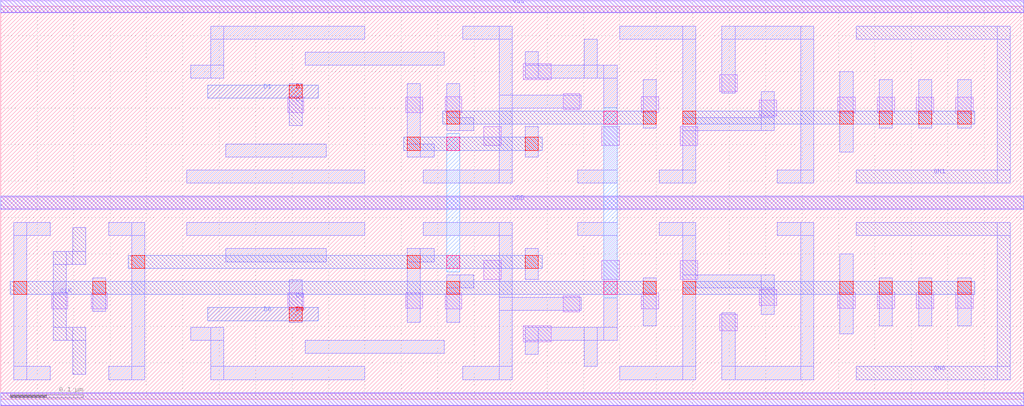
<source format=lef>
VERSION 5.8 ;
BUSBITCHARS "[]" ;
DIVIDERCHAR "/" ;

MACRO DFHV2Xx1_ASAP7_75t_L
  CLASS CORE ;
  ORIGIN 0 0 ;
  FOREIGN DFHV2Xx1_ASAP7_75t_L 0 0 ;
  SIZE 1.242 BY 0.54 ;
  SYMMETRY X Y ;
  SITE core ;
  PIN CLK
    DIRECTION INPUT ;
    USE CLOCK ;
    PORT
      LAYER M1 ;
        RECT 0.099 0.185 0.117 0.236 ;
        RECT 0.072 0.081 0.117 0.099 ;
        RECT 0.099 0.034 0.117 0.099 ;
        RECT 0.072 0.185 0.117 0.203 ;
        RECT 0.072 0.081 0.09 0.203 ;
    END
  END CLK
  PIN QN0
    DIRECTION OUTPUT ;
    USE SIGNAL ;
    PORT
      LAYER M1 ;
        RECT 1.174 0.225 1.224 0.243 ;
        RECT 1.206 0.027 1.224 0.243 ;
        RECT 1.174 0.027 1.224 0.045 ;
    END
  END QN0
  PIN QN1
    DIRECTION OUTPUT ;
    USE SIGNAL ;
    PORT
      LAYER M1 ;
        RECT 1.174 0.495 1.224 0.513 ;
        RECT 1.206 0.297 1.224 0.513 ;
        RECT 1.174 0.297 1.224 0.315 ;
    END
  END QN1
  PIN VDD
    DIRECTION INOUT ;
    USE POWER ;
    SHAPE ABUTMENT ;
    PORT
      LAYER M1 ;
        RECT 0 0.261 1.242 0.279 ;
    END
  END VDD
  PIN VSS
    DIRECTION INOUT ;
    USE GROUND ;
    SHAPE ABUTMENT ;
    PORT
      LAYER M1 ;
        RECT 0 -0.009 1.242 0.009 ;
        RECT 0 0.531 1.242 0.549 ;
    END
  END VSS
  PIN D0
    DIRECTION INPUT ;
    USE SIGNAL ;
    PORT
      LAYER M2 ;
        RECT 0.284 0.108 0.436 0.126 ;
      LAYER M1 ;
        RECT 0.396 0.106 0.414 0.164 ;
      LAYER V1 ;
        RECT 0.396 0.108 0.414 0.126 ;
    END
  END D0
  PIN D1
    DIRECTION INPUT ;
    USE SIGNAL ;
    PORT
      LAYER M2 ;
        RECT 0.284 0.414 0.436 0.432 ;
      LAYER M1 ;
        RECT 0.396 0.376 0.414 0.434 ;
      LAYER V1 ;
        RECT 0.396 0.414 0.414 0.432 ;
    END
  END D1
  OBS
    LAYER LIG ;
      RECT 0 -0.008 1.242 0.008 ;
      RECT 0 0.262 1.242 0.278 ;
      RECT 0 0.532 1.242 0.548 ;
      RECT 1.149 0.125 1.173 0.147 ;
      RECT 1.149 0.393 1.173 0.415 ;
      RECT 1.041 0.129 1.065 0.151 ;
      RECT 1.041 0.389 1.065 0.411 ;
      RECT 0.987 0.094 1.011 0.117 ;
      RECT 0.987 0.423 1.011 0.446 ;
      RECT 0.933 0.165 0.957 0.191 ;
      RECT 0.933 0.349 0.957 0.375 ;
      RECT 0.879 0.124 0.903 0.146 ;
      RECT 0.879 0.394 0.903 0.416 ;
      RECT 0.825 0.165 0.849 0.191 ;
      RECT 0.825 0.349 0.849 0.375 ;
      RECT 0.772 0.12 0.795 0.142 ;
      RECT 0.772 0.398 0.795 0.42 ;
      RECT 0.717 0.079 0.756 0.101 ;
      RECT 0.717 0.439 0.756 0.461 ;
      RECT 0.663 0.165 0.687 0.191 ;
      RECT 0.663 0.349 0.687 0.375 ;
      RECT 0.61 0.124 0.633 0.146 ;
      RECT 0.61 0.394 0.633 0.416 ;
      RECT 0.556 0.125 0.579 0.146 ;
      RECT 0.556 0.394 0.579 0.415 ;
      RECT 0.394 0.124 0.416 0.146 ;
      RECT 0.394 0.394 0.416 0.416 ;
      RECT 0.124 0.124 0.146 0.146 ;
      RECT 0.07 0.124 0.092 0.146 ;
    LAYER M1 ;
      RECT 1.066 0.225 1.116 0.243 ;
      RECT 1.098 0.027 1.116 0.243 ;
      RECT 0.99 0.027 1.008 0.119 ;
      RECT 0.99 0.027 1.116 0.045 ;
      RECT 0.99 0.495 1.116 0.513 ;
      RECT 1.098 0.297 1.116 0.513 ;
      RECT 0.99 0.421 1.008 0.513 ;
      RECT 1.066 0.297 1.116 0.315 ;
      RECT 0.904 0.225 0.954 0.243 ;
      RECT 0.936 0.027 0.954 0.243 ;
      RECT 0.936 0.153 1.062 0.171 ;
      RECT 1.044 0.117 1.062 0.171 ;
      RECT 0.85 0.027 0.954 0.045 ;
      RECT 0.85 0.495 0.954 0.513 ;
      RECT 0.936 0.297 0.954 0.513 ;
      RECT 1.044 0.369 1.062 0.423 ;
      RECT 0.936 0.369 1.062 0.387 ;
      RECT 0.904 0.297 0.954 0.315 ;
      RECT 0.792 0.225 0.846 0.243 ;
      RECT 0.828 0.081 0.846 0.243 ;
      RECT 0.72 0.081 0.846 0.099 ;
      RECT 0.801 0.045 0.819 0.099 ;
      RECT 0.72 0.062 0.738 0.099 ;
      RECT 0.801 0.441 0.819 0.495 ;
      RECT 0.72 0.441 0.738 0.478 ;
      RECT 0.72 0.441 0.846 0.459 ;
      RECT 0.828 0.297 0.846 0.459 ;
      RECT 0.792 0.297 0.846 0.315 ;
      RECT 0.58 0.225 0.702 0.243 ;
      RECT 0.684 0.027 0.702 0.243 ;
      RECT 0.684 0.122 0.797 0.14 ;
      RECT 0.634 0.027 0.702 0.045 ;
      RECT 0.634 0.495 0.702 0.513 ;
      RECT 0.684 0.297 0.702 0.513 ;
      RECT 0.684 0.4 0.797 0.418 ;
      RECT 0.58 0.297 0.702 0.315 ;
      RECT 0.612 0.153 0.649 0.171 ;
      RECT 0.612 0.106 0.63 0.171 ;
      RECT 0.612 0.369 0.63 0.434 ;
      RECT 0.612 0.369 0.649 0.387 ;
      RECT 0.558 0.189 0.595 0.207 ;
      RECT 0.558 0.106 0.576 0.207 ;
      RECT 0.558 0.333 0.576 0.434 ;
      RECT 0.558 0.333 0.595 0.351 ;
      RECT 0.261 0.081 0.306 0.099 ;
      RECT 0.288 0.027 0.306 0.099 ;
      RECT 0.288 0.027 0.5 0.045 ;
      RECT 0.288 0.495 0.5 0.513 ;
      RECT 0.288 0.441 0.306 0.513 ;
      RECT 0.261 0.441 0.306 0.459 ;
      RECT 0.148 0.225 0.198 0.243 ;
      RECT 0.18 0.027 0.198 0.243 ;
      RECT 0.148 0.027 0.198 0.045 ;
      RECT 0.018 0.225 0.068 0.243 ;
      RECT 0.018 0.027 0.036 0.243 ;
      RECT 0.018 0.027 0.068 0.045 ;
      RECT 1.152 0.09 1.17 0.2 ;
      RECT 1.152 0.34 1.17 0.45 ;
      RECT 0.882 0.101 0.9 0.167 ;
      RECT 0.882 0.373 0.9 0.439 ;
      RECT 0.72 0.165 0.738 0.207 ;
      RECT 0.72 0.333 0.738 0.375 ;
      RECT 0.418 0.063 0.609 0.081 ;
      RECT 0.418 0.459 0.609 0.477 ;
      RECT 0.255 0.225 0.5 0.243 ;
      RECT 0.255 0.297 0.5 0.315 ;
      RECT 0.309 0.189 0.447 0.207 ;
      RECT 0.309 0.333 0.447 0.351 ;
      RECT 0.126 0.121 0.144 0.167 ;
    LAYER M2 ;
      RECT 0.936 0.144 1.175 0.162 ;
      RECT 0.936 0.378 1.175 0.396 ;
      RECT 0.013 0.144 0.9 0.162 ;
      RECT 0.607 0.378 0.9 0.396 ;
      RECT 0.175 0.18 0.743 0.198 ;
      RECT 0.553 0.342 0.743 0.36 ;
    LAYER V1 ;
      RECT 1.152 0.144 1.17 0.162 ;
      RECT 1.152 0.378 1.17 0.396 ;
      RECT 0.936 0.144 0.954 0.162 ;
      RECT 0.936 0.378 0.954 0.396 ;
      RECT 0.882 0.144 0.9 0.162 ;
      RECT 0.882 0.378 0.9 0.396 ;
      RECT 0.72 0.18 0.738 0.198 ;
      RECT 0.72 0.342 0.738 0.36 ;
      RECT 0.612 0.144 0.63 0.162 ;
      RECT 0.612 0.378 0.63 0.396 ;
      RECT 0.558 0.18 0.576 0.198 ;
      RECT 0.558 0.342 0.576 0.36 ;
      RECT 0.18 0.18 0.198 0.198 ;
      RECT 0.126 0.144 0.144 0.162 ;
      RECT 0.018 0.144 0.036 0.162 ;
    LAYER V2 ;
      RECT 0.828 0.144 0.846 0.162 ;
      RECT 0.828 0.378 0.846 0.396 ;
      RECT 0.612 0.18 0.63 0.198 ;
      RECT 0.612 0.342 0.63 0.36 ;
    LAYER M3 ;
      RECT 0.828 0.139 0.846 0.401 ;
      RECT 0.612 0.175 0.63 0.365 ;
  END
END DFHV2Xx1_ASAP7_75t_L

MACRO DFHV2Xx1_ASAP7_75t_R
  CLASS CORE ;
  ORIGIN 0 0 ;
  FOREIGN DFHV2Xx1_ASAP7_75t_R 0 0 ;
  SIZE 1.242 BY 0.54 ;
  SYMMETRY X Y ;
  SITE core ;
  PIN CLK
    DIRECTION INPUT ;
    USE CLOCK ;
    PORT
      LAYER M1 ;
        RECT 0.099 0.185 0.117 0.236 ;
        RECT 0.072 0.081 0.117 0.099 ;
        RECT 0.099 0.034 0.117 0.099 ;
        RECT 0.072 0.185 0.117 0.203 ;
        RECT 0.072 0.081 0.09 0.203 ;
    END
  END CLK
  PIN QN0
    DIRECTION OUTPUT ;
    USE SIGNAL ;
    PORT
      LAYER M1 ;
        RECT 1.174 0.225 1.224 0.243 ;
        RECT 1.206 0.027 1.224 0.243 ;
        RECT 1.174 0.027 1.224 0.045 ;
    END
  END QN0
  PIN QN1
    DIRECTION OUTPUT ;
    USE SIGNAL ;
    PORT
      LAYER M1 ;
        RECT 1.174 0.495 1.224 0.513 ;
        RECT 1.206 0.297 1.224 0.513 ;
        RECT 1.174 0.297 1.224 0.315 ;
    END
  END QN1
  PIN VDD
    DIRECTION INOUT ;
    USE POWER ;
    SHAPE ABUTMENT ;
    PORT
      LAYER M1 ;
        RECT 0 0.261 1.242 0.279 ;
    END
  END VDD
  PIN VSS
    DIRECTION INOUT ;
    USE GROUND ;
    SHAPE ABUTMENT ;
    PORT
      LAYER M1 ;
        RECT 0 -0.009 1.242 0.009 ;
        RECT 0 0.531 1.242 0.549 ;
    END
  END VSS
  PIN D0
    DIRECTION INPUT ;
    USE SIGNAL ;
    PORT
      LAYER M2 ;
        RECT 0.284 0.108 0.436 0.126 ;
      LAYER M1 ;
        RECT 0.396 0.106 0.414 0.164 ;
      LAYER V1 ;
        RECT 0.396 0.108 0.414 0.126 ;
    END
  END D0
  PIN D1
    DIRECTION INPUT ;
    USE SIGNAL ;
    PORT
      LAYER M2 ;
        RECT 0.284 0.414 0.436 0.432 ;
      LAYER M1 ;
        RECT 0.396 0.376 0.414 0.434 ;
      LAYER V1 ;
        RECT 0.396 0.414 0.414 0.432 ;
    END
  END D1
  OBS
    LAYER LIG ;
      RECT 0 -0.008 1.242 0.008 ;
      RECT 0 0.262 1.242 0.278 ;
      RECT 0 0.532 1.242 0.548 ;
      RECT 1.149 0.125 1.173 0.147 ;
      RECT 1.149 0.393 1.173 0.415 ;
      RECT 1.041 0.129 1.065 0.151 ;
      RECT 1.041 0.389 1.065 0.411 ;
      RECT 0.987 0.094 1.011 0.117 ;
      RECT 0.987 0.423 1.011 0.446 ;
      RECT 0.933 0.165 0.957 0.191 ;
      RECT 0.933 0.349 0.957 0.375 ;
      RECT 0.879 0.124 0.903 0.146 ;
      RECT 0.879 0.394 0.903 0.416 ;
      RECT 0.825 0.165 0.849 0.191 ;
      RECT 0.825 0.349 0.849 0.375 ;
      RECT 0.772 0.12 0.795 0.142 ;
      RECT 0.772 0.398 0.795 0.42 ;
      RECT 0.717 0.079 0.756 0.101 ;
      RECT 0.717 0.439 0.756 0.461 ;
      RECT 0.663 0.165 0.687 0.191 ;
      RECT 0.663 0.349 0.687 0.375 ;
      RECT 0.61 0.124 0.633 0.146 ;
      RECT 0.61 0.394 0.633 0.416 ;
      RECT 0.556 0.125 0.579 0.146 ;
      RECT 0.556 0.394 0.579 0.415 ;
      RECT 0.394 0.124 0.416 0.146 ;
      RECT 0.394 0.394 0.416 0.416 ;
      RECT 0.124 0.124 0.146 0.146 ;
      RECT 0.07 0.124 0.092 0.146 ;
    LAYER M1 ;
      RECT 1.066 0.225 1.116 0.243 ;
      RECT 1.098 0.027 1.116 0.243 ;
      RECT 0.99 0.027 1.008 0.119 ;
      RECT 0.99 0.027 1.116 0.045 ;
      RECT 0.99 0.495 1.116 0.513 ;
      RECT 1.098 0.297 1.116 0.513 ;
      RECT 0.99 0.421 1.008 0.513 ;
      RECT 1.066 0.297 1.116 0.315 ;
      RECT 0.904 0.225 0.954 0.243 ;
      RECT 0.936 0.027 0.954 0.243 ;
      RECT 0.936 0.153 1.062 0.171 ;
      RECT 1.044 0.117 1.062 0.171 ;
      RECT 0.85 0.027 0.954 0.045 ;
      RECT 0.85 0.495 0.954 0.513 ;
      RECT 0.936 0.297 0.954 0.513 ;
      RECT 1.044 0.369 1.062 0.423 ;
      RECT 0.936 0.369 1.062 0.387 ;
      RECT 0.904 0.297 0.954 0.315 ;
      RECT 0.792 0.225 0.846 0.243 ;
      RECT 0.828 0.081 0.846 0.243 ;
      RECT 0.72 0.081 0.846 0.099 ;
      RECT 0.801 0.045 0.819 0.099 ;
      RECT 0.72 0.062 0.738 0.099 ;
      RECT 0.801 0.441 0.819 0.495 ;
      RECT 0.72 0.441 0.738 0.478 ;
      RECT 0.72 0.441 0.846 0.459 ;
      RECT 0.828 0.297 0.846 0.459 ;
      RECT 0.792 0.297 0.846 0.315 ;
      RECT 0.58 0.225 0.702 0.243 ;
      RECT 0.684 0.027 0.702 0.243 ;
      RECT 0.684 0.122 0.797 0.14 ;
      RECT 0.634 0.027 0.702 0.045 ;
      RECT 0.634 0.495 0.702 0.513 ;
      RECT 0.684 0.297 0.702 0.513 ;
      RECT 0.684 0.4 0.797 0.418 ;
      RECT 0.58 0.297 0.702 0.315 ;
      RECT 0.612 0.153 0.649 0.171 ;
      RECT 0.612 0.106 0.63 0.171 ;
      RECT 0.612 0.369 0.63 0.434 ;
      RECT 0.612 0.369 0.649 0.387 ;
      RECT 0.558 0.189 0.595 0.207 ;
      RECT 0.558 0.106 0.576 0.207 ;
      RECT 0.558 0.333 0.576 0.434 ;
      RECT 0.558 0.333 0.595 0.351 ;
      RECT 0.261 0.081 0.306 0.099 ;
      RECT 0.288 0.027 0.306 0.099 ;
      RECT 0.288 0.027 0.5 0.045 ;
      RECT 0.288 0.495 0.5 0.513 ;
      RECT 0.288 0.441 0.306 0.513 ;
      RECT 0.261 0.441 0.306 0.459 ;
      RECT 0.148 0.225 0.198 0.243 ;
      RECT 0.18 0.027 0.198 0.243 ;
      RECT 0.148 0.027 0.198 0.045 ;
      RECT 0.018 0.225 0.068 0.243 ;
      RECT 0.018 0.027 0.036 0.243 ;
      RECT 0.018 0.027 0.068 0.045 ;
      RECT 1.152 0.09 1.17 0.2 ;
      RECT 1.152 0.34 1.17 0.45 ;
      RECT 0.882 0.101 0.9 0.167 ;
      RECT 0.882 0.373 0.9 0.439 ;
      RECT 0.72 0.165 0.738 0.207 ;
      RECT 0.72 0.333 0.738 0.375 ;
      RECT 0.418 0.063 0.609 0.081 ;
      RECT 0.418 0.459 0.609 0.477 ;
      RECT 0.255 0.225 0.5 0.243 ;
      RECT 0.255 0.297 0.5 0.315 ;
      RECT 0.309 0.189 0.447 0.207 ;
      RECT 0.309 0.333 0.447 0.351 ;
      RECT 0.126 0.121 0.144 0.167 ;
    LAYER M2 ;
      RECT 0.936 0.144 1.175 0.162 ;
      RECT 0.936 0.378 1.175 0.396 ;
      RECT 0.013 0.144 0.9 0.162 ;
      RECT 0.607 0.378 0.9 0.396 ;
      RECT 0.175 0.18 0.743 0.198 ;
      RECT 0.553 0.342 0.743 0.36 ;
    LAYER V1 ;
      RECT 1.152 0.144 1.17 0.162 ;
      RECT 1.152 0.378 1.17 0.396 ;
      RECT 0.936 0.144 0.954 0.162 ;
      RECT 0.936 0.378 0.954 0.396 ;
      RECT 0.882 0.144 0.9 0.162 ;
      RECT 0.882 0.378 0.9 0.396 ;
      RECT 0.72 0.18 0.738 0.198 ;
      RECT 0.72 0.342 0.738 0.36 ;
      RECT 0.612 0.144 0.63 0.162 ;
      RECT 0.612 0.378 0.63 0.396 ;
      RECT 0.558 0.18 0.576 0.198 ;
      RECT 0.558 0.342 0.576 0.36 ;
      RECT 0.18 0.18 0.198 0.198 ;
      RECT 0.126 0.144 0.144 0.162 ;
      RECT 0.018 0.144 0.036 0.162 ;
    LAYER V2 ;
      RECT 0.828 0.144 0.846 0.162 ;
      RECT 0.828 0.378 0.846 0.396 ;
      RECT 0.612 0.18 0.63 0.198 ;
      RECT 0.612 0.342 0.63 0.36 ;
    LAYER M3 ;
      RECT 0.828 0.139 0.846 0.401 ;
      RECT 0.612 0.175 0.63 0.365 ;
  END
END DFHV2Xx1_ASAP7_75t_R

MACRO DFHV2Xx1_ASAP7_75t_SL
  CLASS CORE ;
  ORIGIN 0 0 ;
  FOREIGN DFHV2Xx1_ASAP7_75t_SL 0 0 ;
  SIZE 1.242 BY 0.54 ;
  SYMMETRY X Y ;
  SITE core ;
  PIN CLK
    DIRECTION INPUT ;
    USE CLOCK ;
    PORT
      LAYER M1 ;
        RECT 0.099 0.185 0.117 0.236 ;
        RECT 0.072 0.081 0.117 0.099 ;
        RECT 0.099 0.034 0.117 0.099 ;
        RECT 0.072 0.185 0.117 0.203 ;
        RECT 0.072 0.081 0.09 0.203 ;
    END
  END CLK
  PIN QN0
    DIRECTION OUTPUT ;
    USE SIGNAL ;
    PORT
      LAYER M1 ;
        RECT 1.174 0.225 1.224 0.243 ;
        RECT 1.206 0.027 1.224 0.243 ;
        RECT 1.174 0.027 1.224 0.045 ;
    END
  END QN0
  PIN QN1
    DIRECTION OUTPUT ;
    USE SIGNAL ;
    PORT
      LAYER M1 ;
        RECT 1.174 0.495 1.224 0.513 ;
        RECT 1.206 0.297 1.224 0.513 ;
        RECT 1.174 0.297 1.224 0.315 ;
    END
  END QN1
  PIN VDD
    DIRECTION INOUT ;
    USE POWER ;
    SHAPE ABUTMENT ;
    PORT
      LAYER M1 ;
        RECT 0 0.261 1.242 0.279 ;
    END
  END VDD
  PIN VSS
    DIRECTION INOUT ;
    USE GROUND ;
    SHAPE ABUTMENT ;
    PORT
      LAYER M1 ;
        RECT 0 -0.009 1.242 0.009 ;
        RECT 0 0.531 1.242 0.549 ;
    END
  END VSS
  PIN D0
    DIRECTION INPUT ;
    USE SIGNAL ;
    PORT
      LAYER M2 ;
        RECT 0.284 0.108 0.436 0.126 ;
      LAYER M1 ;
        RECT 0.396 0.106 0.414 0.164 ;
      LAYER V1 ;
        RECT 0.396 0.108 0.414 0.126 ;
    END
  END D0
  PIN D1
    DIRECTION INPUT ;
    USE SIGNAL ;
    PORT
      LAYER M2 ;
        RECT 0.284 0.414 0.436 0.432 ;
      LAYER M1 ;
        RECT 0.396 0.376 0.414 0.434 ;
      LAYER V1 ;
        RECT 0.396 0.414 0.414 0.432 ;
    END
  END D1
  OBS
    LAYER LIG ;
      RECT 0 -0.008 1.242 0.008 ;
      RECT 0 0.262 1.242 0.278 ;
      RECT 0 0.532 1.242 0.548 ;
      RECT 1.149 0.125 1.173 0.147 ;
      RECT 1.149 0.393 1.173 0.415 ;
      RECT 1.041 0.129 1.065 0.151 ;
      RECT 1.041 0.389 1.065 0.411 ;
      RECT 0.987 0.094 1.011 0.117 ;
      RECT 0.987 0.423 1.011 0.446 ;
      RECT 0.933 0.165 0.957 0.191 ;
      RECT 0.933 0.349 0.957 0.375 ;
      RECT 0.879 0.124 0.903 0.146 ;
      RECT 0.879 0.394 0.903 0.416 ;
      RECT 0.825 0.165 0.849 0.191 ;
      RECT 0.825 0.349 0.849 0.375 ;
      RECT 0.772 0.12 0.795 0.142 ;
      RECT 0.772 0.398 0.795 0.42 ;
      RECT 0.717 0.079 0.756 0.101 ;
      RECT 0.717 0.439 0.756 0.461 ;
      RECT 0.663 0.165 0.687 0.191 ;
      RECT 0.663 0.349 0.687 0.375 ;
      RECT 0.61 0.124 0.633 0.146 ;
      RECT 0.61 0.394 0.633 0.416 ;
      RECT 0.556 0.125 0.579 0.146 ;
      RECT 0.556 0.394 0.579 0.415 ;
      RECT 0.394 0.124 0.416 0.146 ;
      RECT 0.394 0.394 0.416 0.416 ;
      RECT 0.124 0.124 0.146 0.146 ;
      RECT 0.07 0.124 0.092 0.146 ;
    LAYER M1 ;
      RECT 1.066 0.225 1.116 0.243 ;
      RECT 1.098 0.027 1.116 0.243 ;
      RECT 0.99 0.027 1.008 0.119 ;
      RECT 0.99 0.027 1.116 0.045 ;
      RECT 0.99 0.495 1.116 0.513 ;
      RECT 1.098 0.297 1.116 0.513 ;
      RECT 0.99 0.421 1.008 0.513 ;
      RECT 1.066 0.297 1.116 0.315 ;
      RECT 0.904 0.225 0.954 0.243 ;
      RECT 0.936 0.027 0.954 0.243 ;
      RECT 0.936 0.153 1.062 0.171 ;
      RECT 1.044 0.117 1.062 0.171 ;
      RECT 0.85 0.027 0.954 0.045 ;
      RECT 0.85 0.495 0.954 0.513 ;
      RECT 0.936 0.297 0.954 0.513 ;
      RECT 1.044 0.369 1.062 0.423 ;
      RECT 0.936 0.369 1.062 0.387 ;
      RECT 0.904 0.297 0.954 0.315 ;
      RECT 0.792 0.225 0.846 0.243 ;
      RECT 0.828 0.081 0.846 0.243 ;
      RECT 0.72 0.081 0.846 0.099 ;
      RECT 0.801 0.045 0.819 0.099 ;
      RECT 0.72 0.062 0.738 0.099 ;
      RECT 0.801 0.441 0.819 0.495 ;
      RECT 0.72 0.441 0.738 0.478 ;
      RECT 0.72 0.441 0.846 0.459 ;
      RECT 0.828 0.297 0.846 0.459 ;
      RECT 0.792 0.297 0.846 0.315 ;
      RECT 0.58 0.225 0.702 0.243 ;
      RECT 0.684 0.027 0.702 0.243 ;
      RECT 0.684 0.122 0.797 0.14 ;
      RECT 0.634 0.027 0.702 0.045 ;
      RECT 0.634 0.495 0.702 0.513 ;
      RECT 0.684 0.297 0.702 0.513 ;
      RECT 0.684 0.4 0.797 0.418 ;
      RECT 0.58 0.297 0.702 0.315 ;
      RECT 0.612 0.153 0.649 0.171 ;
      RECT 0.612 0.106 0.63 0.171 ;
      RECT 0.612 0.369 0.63 0.434 ;
      RECT 0.612 0.369 0.649 0.387 ;
      RECT 0.558 0.189 0.595 0.207 ;
      RECT 0.558 0.106 0.576 0.207 ;
      RECT 0.558 0.333 0.576 0.434 ;
      RECT 0.558 0.333 0.595 0.351 ;
      RECT 0.261 0.081 0.306 0.099 ;
      RECT 0.288 0.027 0.306 0.099 ;
      RECT 0.288 0.027 0.5 0.045 ;
      RECT 0.288 0.495 0.5 0.513 ;
      RECT 0.288 0.441 0.306 0.513 ;
      RECT 0.261 0.441 0.306 0.459 ;
      RECT 0.148 0.225 0.198 0.243 ;
      RECT 0.18 0.027 0.198 0.243 ;
      RECT 0.148 0.027 0.198 0.045 ;
      RECT 0.018 0.225 0.068 0.243 ;
      RECT 0.018 0.027 0.036 0.243 ;
      RECT 0.018 0.027 0.068 0.045 ;
      RECT 1.152 0.09 1.17 0.2 ;
      RECT 1.152 0.34 1.17 0.45 ;
      RECT 0.882 0.101 0.9 0.167 ;
      RECT 0.882 0.373 0.9 0.439 ;
      RECT 0.72 0.165 0.738 0.207 ;
      RECT 0.72 0.333 0.738 0.375 ;
      RECT 0.418 0.063 0.609 0.081 ;
      RECT 0.418 0.459 0.609 0.477 ;
      RECT 0.255 0.225 0.5 0.243 ;
      RECT 0.255 0.297 0.5 0.315 ;
      RECT 0.309 0.189 0.447 0.207 ;
      RECT 0.309 0.333 0.447 0.351 ;
      RECT 0.126 0.121 0.144 0.167 ;
    LAYER M2 ;
      RECT 0.936 0.144 1.175 0.162 ;
      RECT 0.936 0.378 1.175 0.396 ;
      RECT 0.013 0.144 0.9 0.162 ;
      RECT 0.607 0.378 0.9 0.396 ;
      RECT 0.175 0.18 0.743 0.198 ;
      RECT 0.553 0.342 0.743 0.36 ;
    LAYER V1 ;
      RECT 1.152 0.144 1.17 0.162 ;
      RECT 1.152 0.378 1.17 0.396 ;
      RECT 0.936 0.144 0.954 0.162 ;
      RECT 0.936 0.378 0.954 0.396 ;
      RECT 0.882 0.144 0.9 0.162 ;
      RECT 0.882 0.378 0.9 0.396 ;
      RECT 0.72 0.18 0.738 0.198 ;
      RECT 0.72 0.342 0.738 0.36 ;
      RECT 0.612 0.144 0.63 0.162 ;
      RECT 0.612 0.378 0.63 0.396 ;
      RECT 0.558 0.18 0.576 0.198 ;
      RECT 0.558 0.342 0.576 0.36 ;
      RECT 0.18 0.18 0.198 0.198 ;
      RECT 0.126 0.144 0.144 0.162 ;
      RECT 0.018 0.144 0.036 0.162 ;
    LAYER V2 ;
      RECT 0.828 0.144 0.846 0.162 ;
      RECT 0.828 0.378 0.846 0.396 ;
      RECT 0.612 0.18 0.63 0.198 ;
      RECT 0.612 0.342 0.63 0.36 ;
    LAYER M3 ;
      RECT 0.828 0.139 0.846 0.401 ;
      RECT 0.612 0.175 0.63 0.365 ;
  END
END DFHV2Xx1_ASAP7_75t_SL

MACRO DFHV2Xx2_ASAP7_75t_L
  CLASS CORE ;
  ORIGIN 0 0 ;
  FOREIGN DFHV2Xx2_ASAP7_75t_L 0 0 ;
  SIZE 1.296 BY 0.54 ;
  SYMMETRY X Y ;
  SITE core ;
  PIN CLK
    DIRECTION INPUT ;
    USE CLOCK ;
    PORT
      LAYER M1 ;
        RECT 0.099 0.185 0.117 0.236 ;
        RECT 0.072 0.081 0.117 0.099 ;
        RECT 0.099 0.034 0.117 0.099 ;
        RECT 0.072 0.185 0.117 0.203 ;
        RECT 0.072 0.081 0.09 0.203 ;
    END
  END CLK
  PIN QN0
    DIRECTION OUTPUT ;
    USE SIGNAL ;
    PORT
      LAYER M1 ;
        RECT 1.174 0.225 1.278 0.243 ;
        RECT 1.26 0.027 1.278 0.243 ;
        RECT 1.174 0.027 1.278 0.045 ;
    END
  END QN0
  PIN QN1
    DIRECTION OUTPUT ;
    USE SIGNAL ;
    PORT
      LAYER M1 ;
        RECT 1.174 0.495 1.278 0.513 ;
        RECT 1.26 0.297 1.278 0.513 ;
        RECT 1.174 0.297 1.278 0.315 ;
    END
  END QN1
  PIN VDD
    DIRECTION INOUT ;
    USE POWER ;
    SHAPE ABUTMENT ;
    PORT
      LAYER M1 ;
        RECT 0 0.261 1.296 0.279 ;
    END
  END VDD
  PIN VSS
    DIRECTION INOUT ;
    USE GROUND ;
    SHAPE ABUTMENT ;
    PORT
      LAYER M1 ;
        RECT 0 -0.009 1.296 0.009 ;
        RECT 0 0.531 1.296 0.549 ;
    END
  END VSS
  PIN D0
    DIRECTION INPUT ;
    USE SIGNAL ;
    PORT
      LAYER M2 ;
        RECT 0.284 0.108 0.436 0.126 ;
      LAYER M1 ;
        RECT 0.396 0.106 0.414 0.164 ;
      LAYER V1 ;
        RECT 0.396 0.108 0.414 0.126 ;
    END
  END D0
  PIN D1
    DIRECTION INPUT ;
    USE SIGNAL ;
    PORT
      LAYER M2 ;
        RECT 0.284 0.414 0.436 0.432 ;
      LAYER M1 ;
        RECT 0.396 0.376 0.414 0.434 ;
      LAYER V1 ;
        RECT 0.396 0.414 0.414 0.432 ;
    END
  END D1
  OBS
    LAYER LIG ;
      RECT 0 -0.008 1.296 0.008 ;
      RECT 0 0.262 1.296 0.278 ;
      RECT 0 0.532 1.296 0.548 ;
      RECT 1.203 0.125 1.227 0.147 ;
      RECT 1.203 0.393 1.227 0.415 ;
      RECT 1.149 0.125 1.173 0.147 ;
      RECT 1.149 0.393 1.173 0.415 ;
      RECT 1.041 0.129 1.065 0.151 ;
      RECT 1.041 0.389 1.065 0.411 ;
      RECT 0.987 0.094 1.011 0.117 ;
      RECT 0.987 0.423 1.011 0.446 ;
      RECT 0.933 0.165 0.957 0.191 ;
      RECT 0.933 0.349 0.957 0.375 ;
      RECT 0.879 0.124 0.903 0.146 ;
      RECT 0.879 0.394 0.903 0.416 ;
      RECT 0.825 0.165 0.849 0.191 ;
      RECT 0.825 0.349 0.849 0.375 ;
      RECT 0.772 0.12 0.795 0.142 ;
      RECT 0.772 0.398 0.795 0.42 ;
      RECT 0.717 0.079 0.756 0.101 ;
      RECT 0.717 0.439 0.756 0.461 ;
      RECT 0.663 0.165 0.687 0.191 ;
      RECT 0.663 0.349 0.687 0.375 ;
      RECT 0.61 0.124 0.633 0.146 ;
      RECT 0.61 0.394 0.633 0.416 ;
      RECT 0.556 0.125 0.579 0.146 ;
      RECT 0.556 0.394 0.579 0.415 ;
      RECT 0.394 0.124 0.416 0.146 ;
      RECT 0.394 0.394 0.416 0.416 ;
      RECT 0.124 0.124 0.146 0.146 ;
      RECT 0.07 0.124 0.092 0.146 ;
    LAYER M1 ;
      RECT 1.066 0.225 1.116 0.243 ;
      RECT 1.098 0.027 1.116 0.243 ;
      RECT 0.99 0.027 1.008 0.119 ;
      RECT 0.99 0.027 1.116 0.045 ;
      RECT 0.99 0.495 1.116 0.513 ;
      RECT 1.098 0.297 1.116 0.513 ;
      RECT 0.99 0.421 1.008 0.513 ;
      RECT 1.066 0.297 1.116 0.315 ;
      RECT 0.904 0.225 0.954 0.243 ;
      RECT 0.936 0.027 0.954 0.243 ;
      RECT 0.936 0.153 1.062 0.171 ;
      RECT 1.044 0.117 1.062 0.171 ;
      RECT 0.85 0.027 0.954 0.045 ;
      RECT 0.85 0.495 0.954 0.513 ;
      RECT 0.936 0.297 0.954 0.513 ;
      RECT 1.044 0.369 1.062 0.423 ;
      RECT 0.936 0.369 1.062 0.387 ;
      RECT 0.904 0.297 0.954 0.315 ;
      RECT 0.792 0.225 0.846 0.243 ;
      RECT 0.828 0.081 0.846 0.243 ;
      RECT 0.72 0.081 0.846 0.099 ;
      RECT 0.801 0.045 0.819 0.099 ;
      RECT 0.72 0.062 0.738 0.099 ;
      RECT 0.801 0.441 0.819 0.495 ;
      RECT 0.72 0.441 0.738 0.478 ;
      RECT 0.72 0.441 0.846 0.459 ;
      RECT 0.828 0.297 0.846 0.459 ;
      RECT 0.792 0.297 0.846 0.315 ;
      RECT 0.58 0.225 0.702 0.243 ;
      RECT 0.684 0.027 0.702 0.243 ;
      RECT 0.684 0.122 0.797 0.14 ;
      RECT 0.634 0.027 0.702 0.045 ;
      RECT 0.634 0.495 0.702 0.513 ;
      RECT 0.684 0.297 0.702 0.513 ;
      RECT 0.684 0.4 0.797 0.418 ;
      RECT 0.58 0.297 0.702 0.315 ;
      RECT 0.612 0.153 0.649 0.171 ;
      RECT 0.612 0.106 0.63 0.171 ;
      RECT 0.612 0.369 0.63 0.434 ;
      RECT 0.612 0.369 0.649 0.387 ;
      RECT 0.558 0.189 0.595 0.207 ;
      RECT 0.558 0.106 0.576 0.207 ;
      RECT 0.558 0.333 0.576 0.434 ;
      RECT 0.558 0.333 0.595 0.351 ;
      RECT 0.261 0.081 0.306 0.099 ;
      RECT 0.288 0.027 0.306 0.099 ;
      RECT 0.288 0.027 0.5 0.045 ;
      RECT 0.288 0.495 0.5 0.513 ;
      RECT 0.288 0.441 0.306 0.513 ;
      RECT 0.261 0.441 0.306 0.459 ;
      RECT 0.148 0.225 0.198 0.243 ;
      RECT 0.18 0.027 0.198 0.243 ;
      RECT 0.148 0.027 0.198 0.045 ;
      RECT 0.018 0.225 0.068 0.243 ;
      RECT 0.018 0.027 0.036 0.243 ;
      RECT 0.018 0.027 0.068 0.045 ;
      RECT 1.206 0.101 1.224 0.167 ;
      RECT 1.206 0.373 1.224 0.439 ;
      RECT 1.152 0.09 1.17 0.2 ;
      RECT 1.152 0.34 1.17 0.45 ;
      RECT 0.882 0.101 0.9 0.167 ;
      RECT 0.882 0.373 0.9 0.439 ;
      RECT 0.72 0.165 0.738 0.207 ;
      RECT 0.72 0.333 0.738 0.375 ;
      RECT 0.418 0.063 0.609 0.081 ;
      RECT 0.418 0.459 0.609 0.477 ;
      RECT 0.255 0.225 0.5 0.243 ;
      RECT 0.255 0.297 0.5 0.315 ;
      RECT 0.309 0.189 0.447 0.207 ;
      RECT 0.309 0.333 0.447 0.351 ;
      RECT 0.126 0.121 0.144 0.167 ;
    LAYER M2 ;
      RECT 0.936 0.144 1.229 0.162 ;
      RECT 0.936 0.378 1.229 0.396 ;
      RECT 0.013 0.144 0.9 0.162 ;
      RECT 0.607 0.378 0.9 0.396 ;
      RECT 0.175 0.18 0.743 0.198 ;
      RECT 0.553 0.342 0.743 0.36 ;
    LAYER V1 ;
      RECT 1.206 0.144 1.224 0.162 ;
      RECT 1.206 0.378 1.224 0.396 ;
      RECT 1.152 0.144 1.17 0.162 ;
      RECT 1.152 0.378 1.17 0.396 ;
      RECT 0.936 0.144 0.954 0.162 ;
      RECT 0.936 0.378 0.954 0.396 ;
      RECT 0.882 0.144 0.9 0.162 ;
      RECT 0.882 0.378 0.9 0.396 ;
      RECT 0.72 0.18 0.738 0.198 ;
      RECT 0.72 0.342 0.738 0.36 ;
      RECT 0.612 0.144 0.63 0.162 ;
      RECT 0.612 0.378 0.63 0.396 ;
      RECT 0.558 0.18 0.576 0.198 ;
      RECT 0.558 0.342 0.576 0.36 ;
      RECT 0.18 0.18 0.198 0.198 ;
      RECT 0.126 0.144 0.144 0.162 ;
      RECT 0.018 0.144 0.036 0.162 ;
    LAYER V2 ;
      RECT 0.828 0.144 0.846 0.162 ;
      RECT 0.828 0.378 0.846 0.396 ;
      RECT 0.612 0.18 0.63 0.198 ;
      RECT 0.612 0.342 0.63 0.36 ;
    LAYER M3 ;
      RECT 0.828 0.139 0.846 0.401 ;
      RECT 0.612 0.175 0.63 0.365 ;
  END
END DFHV2Xx2_ASAP7_75t_L

MACRO DFHV2Xx2_ASAP7_75t_R
  CLASS CORE ;
  ORIGIN 0 0 ;
  FOREIGN DFHV2Xx2_ASAP7_75t_R 0 0 ;
  SIZE 1.296 BY 0.54 ;
  SYMMETRY X Y ;
  SITE core ;
  PIN CLK
    DIRECTION INPUT ;
    USE CLOCK ;
    PORT
      LAYER M1 ;
        RECT 0.099 0.185 0.117 0.236 ;
        RECT 0.072 0.081 0.117 0.099 ;
        RECT 0.099 0.034 0.117 0.099 ;
        RECT 0.072 0.185 0.117 0.203 ;
        RECT 0.072 0.081 0.09 0.203 ;
    END
  END CLK
  PIN QN0
    DIRECTION OUTPUT ;
    USE SIGNAL ;
    PORT
      LAYER M1 ;
        RECT 1.174 0.225 1.278 0.243 ;
        RECT 1.26 0.027 1.278 0.243 ;
        RECT 1.174 0.027 1.278 0.045 ;
    END
  END QN0
  PIN QN1
    DIRECTION OUTPUT ;
    USE SIGNAL ;
    PORT
      LAYER M1 ;
        RECT 1.174 0.495 1.278 0.513 ;
        RECT 1.26 0.297 1.278 0.513 ;
        RECT 1.174 0.297 1.278 0.315 ;
    END
  END QN1
  PIN VDD
    DIRECTION INOUT ;
    USE POWER ;
    SHAPE ABUTMENT ;
    PORT
      LAYER M1 ;
        RECT 0 0.261 1.296 0.279 ;
    END
  END VDD
  PIN VSS
    DIRECTION INOUT ;
    USE GROUND ;
    SHAPE ABUTMENT ;
    PORT
      LAYER M1 ;
        RECT 0 -0.009 1.296 0.009 ;
        RECT 0 0.531 1.296 0.549 ;
    END
  END VSS
  PIN D0
    DIRECTION INPUT ;
    USE SIGNAL ;
    PORT
      LAYER M2 ;
        RECT 0.284 0.108 0.436 0.126 ;
      LAYER M1 ;
        RECT 0.396 0.106 0.414 0.164 ;
      LAYER V1 ;
        RECT 0.396 0.108 0.414 0.126 ;
    END
  END D0
  PIN D1
    DIRECTION INPUT ;
    USE SIGNAL ;
    PORT
      LAYER M2 ;
        RECT 0.284 0.414 0.436 0.432 ;
      LAYER M1 ;
        RECT 0.396 0.376 0.414 0.434 ;
      LAYER V1 ;
        RECT 0.396 0.414 0.414 0.432 ;
    END
  END D1
  OBS
    LAYER LIG ;
      RECT 0 -0.008 1.296 0.008 ;
      RECT 0 0.262 1.296 0.278 ;
      RECT 0 0.532 1.296 0.548 ;
      RECT 1.203 0.125 1.227 0.147 ;
      RECT 1.203 0.393 1.227 0.415 ;
      RECT 1.149 0.125 1.173 0.147 ;
      RECT 1.149 0.393 1.173 0.415 ;
      RECT 1.041 0.129 1.065 0.151 ;
      RECT 1.041 0.389 1.065 0.411 ;
      RECT 0.987 0.094 1.011 0.117 ;
      RECT 0.987 0.423 1.011 0.446 ;
      RECT 0.933 0.165 0.957 0.191 ;
      RECT 0.933 0.349 0.957 0.375 ;
      RECT 0.879 0.124 0.903 0.146 ;
      RECT 0.879 0.394 0.903 0.416 ;
      RECT 0.825 0.165 0.849 0.191 ;
      RECT 0.825 0.349 0.849 0.375 ;
      RECT 0.772 0.12 0.795 0.142 ;
      RECT 0.772 0.398 0.795 0.42 ;
      RECT 0.717 0.079 0.756 0.101 ;
      RECT 0.717 0.439 0.756 0.461 ;
      RECT 0.663 0.165 0.687 0.191 ;
      RECT 0.663 0.349 0.687 0.375 ;
      RECT 0.61 0.124 0.633 0.146 ;
      RECT 0.61 0.394 0.633 0.416 ;
      RECT 0.556 0.125 0.579 0.146 ;
      RECT 0.556 0.394 0.579 0.415 ;
      RECT 0.394 0.124 0.416 0.146 ;
      RECT 0.394 0.394 0.416 0.416 ;
      RECT 0.124 0.124 0.146 0.146 ;
      RECT 0.07 0.124 0.092 0.146 ;
    LAYER M1 ;
      RECT 1.066 0.225 1.116 0.243 ;
      RECT 1.098 0.027 1.116 0.243 ;
      RECT 0.99 0.027 1.008 0.119 ;
      RECT 0.99 0.027 1.116 0.045 ;
      RECT 0.99 0.495 1.116 0.513 ;
      RECT 1.098 0.297 1.116 0.513 ;
      RECT 0.99 0.421 1.008 0.513 ;
      RECT 1.066 0.297 1.116 0.315 ;
      RECT 0.904 0.225 0.954 0.243 ;
      RECT 0.936 0.027 0.954 0.243 ;
      RECT 0.936 0.153 1.062 0.171 ;
      RECT 1.044 0.117 1.062 0.171 ;
      RECT 0.85 0.027 0.954 0.045 ;
      RECT 0.85 0.495 0.954 0.513 ;
      RECT 0.936 0.297 0.954 0.513 ;
      RECT 1.044 0.369 1.062 0.423 ;
      RECT 0.936 0.369 1.062 0.387 ;
      RECT 0.904 0.297 0.954 0.315 ;
      RECT 0.792 0.225 0.846 0.243 ;
      RECT 0.828 0.081 0.846 0.243 ;
      RECT 0.72 0.081 0.846 0.099 ;
      RECT 0.801 0.045 0.819 0.099 ;
      RECT 0.72 0.062 0.738 0.099 ;
      RECT 0.801 0.441 0.819 0.495 ;
      RECT 0.72 0.441 0.738 0.478 ;
      RECT 0.72 0.441 0.846 0.459 ;
      RECT 0.828 0.297 0.846 0.459 ;
      RECT 0.792 0.297 0.846 0.315 ;
      RECT 0.58 0.225 0.702 0.243 ;
      RECT 0.684 0.027 0.702 0.243 ;
      RECT 0.684 0.122 0.797 0.14 ;
      RECT 0.634 0.027 0.702 0.045 ;
      RECT 0.634 0.495 0.702 0.513 ;
      RECT 0.684 0.297 0.702 0.513 ;
      RECT 0.684 0.4 0.797 0.418 ;
      RECT 0.58 0.297 0.702 0.315 ;
      RECT 0.612 0.153 0.649 0.171 ;
      RECT 0.612 0.106 0.63 0.171 ;
      RECT 0.612 0.369 0.63 0.434 ;
      RECT 0.612 0.369 0.649 0.387 ;
      RECT 0.558 0.189 0.595 0.207 ;
      RECT 0.558 0.106 0.576 0.207 ;
      RECT 0.558 0.333 0.576 0.434 ;
      RECT 0.558 0.333 0.595 0.351 ;
      RECT 0.261 0.081 0.306 0.099 ;
      RECT 0.288 0.027 0.306 0.099 ;
      RECT 0.288 0.027 0.5 0.045 ;
      RECT 0.288 0.495 0.5 0.513 ;
      RECT 0.288 0.441 0.306 0.513 ;
      RECT 0.261 0.441 0.306 0.459 ;
      RECT 0.148 0.225 0.198 0.243 ;
      RECT 0.18 0.027 0.198 0.243 ;
      RECT 0.148 0.027 0.198 0.045 ;
      RECT 0.018 0.225 0.068 0.243 ;
      RECT 0.018 0.027 0.036 0.243 ;
      RECT 0.018 0.027 0.068 0.045 ;
      RECT 1.206 0.101 1.224 0.167 ;
      RECT 1.206 0.373 1.224 0.439 ;
      RECT 1.152 0.09 1.17 0.2 ;
      RECT 1.152 0.34 1.17 0.45 ;
      RECT 0.882 0.101 0.9 0.167 ;
      RECT 0.882 0.373 0.9 0.439 ;
      RECT 0.72 0.165 0.738 0.207 ;
      RECT 0.72 0.333 0.738 0.375 ;
      RECT 0.418 0.063 0.609 0.081 ;
      RECT 0.418 0.459 0.609 0.477 ;
      RECT 0.255 0.225 0.5 0.243 ;
      RECT 0.255 0.297 0.5 0.315 ;
      RECT 0.309 0.189 0.447 0.207 ;
      RECT 0.309 0.333 0.447 0.351 ;
      RECT 0.126 0.121 0.144 0.167 ;
    LAYER M2 ;
      RECT 0.936 0.144 1.229 0.162 ;
      RECT 0.936 0.378 1.229 0.396 ;
      RECT 0.013 0.144 0.9 0.162 ;
      RECT 0.607 0.378 0.9 0.396 ;
      RECT 0.175 0.18 0.743 0.198 ;
      RECT 0.553 0.342 0.743 0.36 ;
    LAYER V1 ;
      RECT 1.206 0.144 1.224 0.162 ;
      RECT 1.206 0.378 1.224 0.396 ;
      RECT 1.152 0.144 1.17 0.162 ;
      RECT 1.152 0.378 1.17 0.396 ;
      RECT 0.936 0.144 0.954 0.162 ;
      RECT 0.936 0.378 0.954 0.396 ;
      RECT 0.882 0.144 0.9 0.162 ;
      RECT 0.882 0.378 0.9 0.396 ;
      RECT 0.72 0.18 0.738 0.198 ;
      RECT 0.72 0.342 0.738 0.36 ;
      RECT 0.612 0.144 0.63 0.162 ;
      RECT 0.612 0.378 0.63 0.396 ;
      RECT 0.558 0.18 0.576 0.198 ;
      RECT 0.558 0.342 0.576 0.36 ;
      RECT 0.18 0.18 0.198 0.198 ;
      RECT 0.126 0.144 0.144 0.162 ;
      RECT 0.018 0.144 0.036 0.162 ;
    LAYER V2 ;
      RECT 0.828 0.144 0.846 0.162 ;
      RECT 0.828 0.378 0.846 0.396 ;
      RECT 0.612 0.18 0.63 0.198 ;
      RECT 0.612 0.342 0.63 0.36 ;
    LAYER M3 ;
      RECT 0.828 0.139 0.846 0.401 ;
      RECT 0.612 0.175 0.63 0.365 ;
  END
END DFHV2Xx2_ASAP7_75t_R

MACRO DFHV2Xx2_ASAP7_75t_SL
  CLASS CORE ;
  ORIGIN 0 0 ;
  FOREIGN DFHV2Xx2_ASAP7_75t_SL 0 0 ;
  SIZE 1.296 BY 0.54 ;
  SYMMETRY X Y ;
  SITE core ;
  PIN CLK
    DIRECTION INPUT ;
    USE CLOCK ;
    PORT
      LAYER M1 ;
        RECT 0.099 0.185 0.117 0.236 ;
        RECT 0.072 0.081 0.117 0.099 ;
        RECT 0.099 0.034 0.117 0.099 ;
        RECT 0.072 0.185 0.117 0.203 ;
        RECT 0.072 0.081 0.09 0.203 ;
    END
  END CLK
  PIN QN0
    DIRECTION OUTPUT ;
    USE SIGNAL ;
    PORT
      LAYER M1 ;
        RECT 1.174 0.225 1.278 0.243 ;
        RECT 1.26 0.027 1.278 0.243 ;
        RECT 1.174 0.027 1.278 0.045 ;
    END
  END QN0
  PIN QN1
    DIRECTION OUTPUT ;
    USE SIGNAL ;
    PORT
      LAYER M1 ;
        RECT 1.174 0.495 1.278 0.513 ;
        RECT 1.26 0.297 1.278 0.513 ;
        RECT 1.174 0.297 1.278 0.315 ;
    END
  END QN1
  PIN VDD
    DIRECTION INOUT ;
    USE POWER ;
    SHAPE ABUTMENT ;
    PORT
      LAYER M1 ;
        RECT 0 0.261 1.296 0.279 ;
    END
  END VDD
  PIN VSS
    DIRECTION INOUT ;
    USE GROUND ;
    SHAPE ABUTMENT ;
    PORT
      LAYER M1 ;
        RECT 0 -0.009 1.296 0.009 ;
        RECT 0 0.531 1.296 0.549 ;
    END
  END VSS
  PIN D0
    DIRECTION INPUT ;
    USE SIGNAL ;
    PORT
      LAYER M2 ;
        RECT 0.284 0.108 0.436 0.126 ;
      LAYER M1 ;
        RECT 0.396 0.106 0.414 0.164 ;
      LAYER V1 ;
        RECT 0.396 0.108 0.414 0.126 ;
    END
  END D0
  PIN D1
    DIRECTION INPUT ;
    USE SIGNAL ;
    PORT
      LAYER M2 ;
        RECT 0.284 0.414 0.436 0.432 ;
      LAYER M1 ;
        RECT 0.396 0.376 0.414 0.434 ;
      LAYER V1 ;
        RECT 0.396 0.414 0.414 0.432 ;
    END
  END D1
  OBS
    LAYER LIG ;
      RECT 0 -0.008 1.296 0.008 ;
      RECT 0 0.262 1.296 0.278 ;
      RECT 0 0.532 1.296 0.548 ;
      RECT 1.203 0.125 1.227 0.147 ;
      RECT 1.203 0.393 1.227 0.415 ;
      RECT 1.149 0.125 1.173 0.147 ;
      RECT 1.149 0.393 1.173 0.415 ;
      RECT 1.041 0.129 1.065 0.151 ;
      RECT 1.041 0.389 1.065 0.411 ;
      RECT 0.987 0.094 1.011 0.117 ;
      RECT 0.987 0.423 1.011 0.446 ;
      RECT 0.933 0.165 0.957 0.191 ;
      RECT 0.933 0.349 0.957 0.375 ;
      RECT 0.879 0.124 0.903 0.146 ;
      RECT 0.879 0.394 0.903 0.416 ;
      RECT 0.825 0.165 0.849 0.191 ;
      RECT 0.825 0.349 0.849 0.375 ;
      RECT 0.772 0.12 0.795 0.142 ;
      RECT 0.772 0.398 0.795 0.42 ;
      RECT 0.717 0.079 0.756 0.101 ;
      RECT 0.717 0.439 0.756 0.461 ;
      RECT 0.663 0.165 0.687 0.191 ;
      RECT 0.663 0.349 0.687 0.375 ;
      RECT 0.61 0.124 0.633 0.146 ;
      RECT 0.61 0.394 0.633 0.416 ;
      RECT 0.556 0.125 0.579 0.146 ;
      RECT 0.556 0.394 0.579 0.415 ;
      RECT 0.394 0.124 0.416 0.146 ;
      RECT 0.394 0.394 0.416 0.416 ;
      RECT 0.124 0.124 0.146 0.146 ;
      RECT 0.07 0.124 0.092 0.146 ;
    LAYER M1 ;
      RECT 1.066 0.225 1.116 0.243 ;
      RECT 1.098 0.027 1.116 0.243 ;
      RECT 0.99 0.027 1.008 0.119 ;
      RECT 0.99 0.027 1.116 0.045 ;
      RECT 0.99 0.495 1.116 0.513 ;
      RECT 1.098 0.297 1.116 0.513 ;
      RECT 0.99 0.421 1.008 0.513 ;
      RECT 1.066 0.297 1.116 0.315 ;
      RECT 0.904 0.225 0.954 0.243 ;
      RECT 0.936 0.027 0.954 0.243 ;
      RECT 0.936 0.153 1.062 0.171 ;
      RECT 1.044 0.117 1.062 0.171 ;
      RECT 0.85 0.027 0.954 0.045 ;
      RECT 0.85 0.495 0.954 0.513 ;
      RECT 0.936 0.297 0.954 0.513 ;
      RECT 1.044 0.369 1.062 0.423 ;
      RECT 0.936 0.369 1.062 0.387 ;
      RECT 0.904 0.297 0.954 0.315 ;
      RECT 0.792 0.225 0.846 0.243 ;
      RECT 0.828 0.081 0.846 0.243 ;
      RECT 0.72 0.081 0.846 0.099 ;
      RECT 0.801 0.045 0.819 0.099 ;
      RECT 0.72 0.062 0.738 0.099 ;
      RECT 0.801 0.441 0.819 0.495 ;
      RECT 0.72 0.441 0.738 0.478 ;
      RECT 0.72 0.441 0.846 0.459 ;
      RECT 0.828 0.297 0.846 0.459 ;
      RECT 0.792 0.297 0.846 0.315 ;
      RECT 0.58 0.225 0.702 0.243 ;
      RECT 0.684 0.027 0.702 0.243 ;
      RECT 0.684 0.122 0.797 0.14 ;
      RECT 0.634 0.027 0.702 0.045 ;
      RECT 0.634 0.495 0.702 0.513 ;
      RECT 0.684 0.297 0.702 0.513 ;
      RECT 0.684 0.4 0.797 0.418 ;
      RECT 0.58 0.297 0.702 0.315 ;
      RECT 0.612 0.153 0.649 0.171 ;
      RECT 0.612 0.106 0.63 0.171 ;
      RECT 0.612 0.369 0.63 0.434 ;
      RECT 0.612 0.369 0.649 0.387 ;
      RECT 0.558 0.189 0.595 0.207 ;
      RECT 0.558 0.106 0.576 0.207 ;
      RECT 0.558 0.333 0.576 0.434 ;
      RECT 0.558 0.333 0.595 0.351 ;
      RECT 0.261 0.081 0.306 0.099 ;
      RECT 0.288 0.027 0.306 0.099 ;
      RECT 0.288 0.027 0.5 0.045 ;
      RECT 0.288 0.495 0.5 0.513 ;
      RECT 0.288 0.441 0.306 0.513 ;
      RECT 0.261 0.441 0.306 0.459 ;
      RECT 0.148 0.225 0.198 0.243 ;
      RECT 0.18 0.027 0.198 0.243 ;
      RECT 0.148 0.027 0.198 0.045 ;
      RECT 0.018 0.225 0.068 0.243 ;
      RECT 0.018 0.027 0.036 0.243 ;
      RECT 0.018 0.027 0.068 0.045 ;
      RECT 1.206 0.101 1.224 0.167 ;
      RECT 1.206 0.373 1.224 0.439 ;
      RECT 1.152 0.09 1.17 0.2 ;
      RECT 1.152 0.34 1.17 0.45 ;
      RECT 0.882 0.101 0.9 0.167 ;
      RECT 0.882 0.373 0.9 0.439 ;
      RECT 0.72 0.165 0.738 0.207 ;
      RECT 0.72 0.333 0.738 0.375 ;
      RECT 0.418 0.063 0.609 0.081 ;
      RECT 0.418 0.459 0.609 0.477 ;
      RECT 0.255 0.225 0.5 0.243 ;
      RECT 0.255 0.297 0.5 0.315 ;
      RECT 0.309 0.189 0.447 0.207 ;
      RECT 0.309 0.333 0.447 0.351 ;
      RECT 0.126 0.121 0.144 0.167 ;
    LAYER M2 ;
      RECT 0.936 0.144 1.229 0.162 ;
      RECT 0.936 0.378 1.229 0.396 ;
      RECT 0.013 0.144 0.9 0.162 ;
      RECT 0.607 0.378 0.9 0.396 ;
      RECT 0.175 0.18 0.743 0.198 ;
      RECT 0.553 0.342 0.743 0.36 ;
    LAYER V1 ;
      RECT 1.206 0.144 1.224 0.162 ;
      RECT 1.206 0.378 1.224 0.396 ;
      RECT 1.152 0.144 1.17 0.162 ;
      RECT 1.152 0.378 1.17 0.396 ;
      RECT 0.936 0.144 0.954 0.162 ;
      RECT 0.936 0.378 0.954 0.396 ;
      RECT 0.882 0.144 0.9 0.162 ;
      RECT 0.882 0.378 0.9 0.396 ;
      RECT 0.72 0.18 0.738 0.198 ;
      RECT 0.72 0.342 0.738 0.36 ;
      RECT 0.612 0.144 0.63 0.162 ;
      RECT 0.612 0.378 0.63 0.396 ;
      RECT 0.558 0.18 0.576 0.198 ;
      RECT 0.558 0.342 0.576 0.36 ;
      RECT 0.18 0.18 0.198 0.198 ;
      RECT 0.126 0.144 0.144 0.162 ;
      RECT 0.018 0.144 0.036 0.162 ;
    LAYER V2 ;
      RECT 0.828 0.144 0.846 0.162 ;
      RECT 0.828 0.378 0.846 0.396 ;
      RECT 0.612 0.18 0.63 0.198 ;
      RECT 0.612 0.342 0.63 0.36 ;
    LAYER M3 ;
      RECT 0.828 0.139 0.846 0.401 ;
      RECT 0.612 0.175 0.63 0.365 ;
  END
END DFHV2Xx2_ASAP7_75t_SL

MACRO DFHV2Xx3_ASAP7_75t_L
  CLASS CORE ;
  ORIGIN 0 0 ;
  FOREIGN DFHV2Xx3_ASAP7_75t_L 0 0 ;
  SIZE 1.35 BY 0.54 ;
  SYMMETRY X Y ;
  SITE core ;
  PIN CLK
    DIRECTION INPUT ;
    USE CLOCK ;
    PORT
      LAYER M1 ;
        RECT 0.099 0.185 0.117 0.236 ;
        RECT 0.072 0.081 0.117 0.099 ;
        RECT 0.099 0.034 0.117 0.099 ;
        RECT 0.072 0.185 0.117 0.203 ;
        RECT 0.072 0.081 0.09 0.203 ;
    END
  END CLK
  PIN QN0
    DIRECTION OUTPUT ;
    USE SIGNAL ;
    PORT
      LAYER M1 ;
        RECT 1.174 0.225 1.332 0.243 ;
        RECT 1.314 0.027 1.332 0.243 ;
        RECT 1.174 0.027 1.332 0.045 ;
    END
  END QN0
  PIN QN1
    DIRECTION OUTPUT ;
    USE SIGNAL ;
    PORT
      LAYER M1 ;
        RECT 1.174 0.495 1.332 0.513 ;
        RECT 1.314 0.297 1.332 0.513 ;
        RECT 1.174 0.297 1.332 0.315 ;
    END
  END QN1
  PIN VDD
    DIRECTION INOUT ;
    USE POWER ;
    SHAPE ABUTMENT ;
    PORT
      LAYER M1 ;
        RECT 0 0.261 1.35 0.279 ;
    END
  END VDD
  PIN VSS
    DIRECTION INOUT ;
    USE GROUND ;
    SHAPE ABUTMENT ;
    PORT
      LAYER M1 ;
        RECT 0 -0.009 1.35 0.009 ;
        RECT 0 0.531 1.35 0.549 ;
    END
  END VSS
  PIN D0
    DIRECTION INPUT ;
    USE SIGNAL ;
    PORT
      LAYER M2 ;
        RECT 0.284 0.108 0.436 0.126 ;
      LAYER M1 ;
        RECT 0.396 0.106 0.414 0.164 ;
      LAYER V1 ;
        RECT 0.396 0.108 0.414 0.126 ;
    END
  END D0
  PIN D1
    DIRECTION INPUT ;
    USE SIGNAL ;
    PORT
      LAYER M2 ;
        RECT 0.284 0.414 0.436 0.432 ;
      LAYER M1 ;
        RECT 0.396 0.376 0.414 0.434 ;
      LAYER V1 ;
        RECT 0.396 0.414 0.414 0.432 ;
    END
  END D1
  OBS
    LAYER LIG ;
      RECT 0 -0.008 1.35 0.008 ;
      RECT 0 0.262 1.35 0.278 ;
      RECT 0 0.532 1.35 0.548 ;
      RECT 1.257 0.125 1.281 0.147 ;
      RECT 1.257 0.393 1.281 0.415 ;
      RECT 1.203 0.125 1.227 0.147 ;
      RECT 1.203 0.393 1.227 0.415 ;
      RECT 1.149 0.125 1.173 0.147 ;
      RECT 1.149 0.393 1.173 0.415 ;
      RECT 1.041 0.129 1.065 0.151 ;
      RECT 1.041 0.389 1.065 0.411 ;
      RECT 0.987 0.094 1.011 0.117 ;
      RECT 0.987 0.423 1.011 0.446 ;
      RECT 0.933 0.165 0.957 0.191 ;
      RECT 0.933 0.349 0.957 0.375 ;
      RECT 0.879 0.124 0.903 0.146 ;
      RECT 0.879 0.394 0.903 0.416 ;
      RECT 0.825 0.165 0.849 0.191 ;
      RECT 0.825 0.349 0.849 0.375 ;
      RECT 0.772 0.12 0.795 0.142 ;
      RECT 0.772 0.398 0.795 0.42 ;
      RECT 0.717 0.079 0.756 0.101 ;
      RECT 0.717 0.439 0.756 0.461 ;
      RECT 0.663 0.165 0.687 0.191 ;
      RECT 0.663 0.349 0.687 0.375 ;
      RECT 0.61 0.124 0.633 0.146 ;
      RECT 0.61 0.394 0.633 0.416 ;
      RECT 0.556 0.125 0.579 0.146 ;
      RECT 0.556 0.394 0.579 0.415 ;
      RECT 0.394 0.124 0.416 0.146 ;
      RECT 0.394 0.394 0.416 0.416 ;
      RECT 0.124 0.124 0.146 0.146 ;
      RECT 0.07 0.124 0.092 0.146 ;
    LAYER M1 ;
      RECT 1.066 0.225 1.116 0.243 ;
      RECT 1.098 0.027 1.116 0.243 ;
      RECT 0.99 0.027 1.008 0.119 ;
      RECT 0.99 0.027 1.116 0.045 ;
      RECT 0.99 0.495 1.116 0.513 ;
      RECT 1.098 0.297 1.116 0.513 ;
      RECT 0.99 0.421 1.008 0.513 ;
      RECT 1.066 0.297 1.116 0.315 ;
      RECT 0.904 0.225 0.954 0.243 ;
      RECT 0.936 0.027 0.954 0.243 ;
      RECT 0.936 0.153 1.062 0.171 ;
      RECT 1.044 0.117 1.062 0.171 ;
      RECT 0.85 0.027 0.954 0.045 ;
      RECT 0.85 0.495 0.954 0.513 ;
      RECT 0.936 0.297 0.954 0.513 ;
      RECT 1.044 0.369 1.062 0.423 ;
      RECT 0.936 0.369 1.062 0.387 ;
      RECT 0.904 0.297 0.954 0.315 ;
      RECT 0.792 0.225 0.846 0.243 ;
      RECT 0.828 0.081 0.846 0.243 ;
      RECT 0.72 0.081 0.846 0.099 ;
      RECT 0.801 0.045 0.819 0.099 ;
      RECT 0.72 0.062 0.738 0.099 ;
      RECT 0.801 0.441 0.819 0.495 ;
      RECT 0.72 0.441 0.738 0.478 ;
      RECT 0.72 0.441 0.846 0.459 ;
      RECT 0.828 0.297 0.846 0.459 ;
      RECT 0.792 0.297 0.846 0.315 ;
      RECT 0.58 0.225 0.702 0.243 ;
      RECT 0.684 0.027 0.702 0.243 ;
      RECT 0.684 0.122 0.797 0.14 ;
      RECT 0.634 0.027 0.702 0.045 ;
      RECT 0.634 0.495 0.702 0.513 ;
      RECT 0.684 0.297 0.702 0.513 ;
      RECT 0.684 0.4 0.797 0.418 ;
      RECT 0.58 0.297 0.702 0.315 ;
      RECT 0.612 0.153 0.649 0.171 ;
      RECT 0.612 0.106 0.63 0.171 ;
      RECT 0.612 0.369 0.63 0.434 ;
      RECT 0.612 0.369 0.649 0.387 ;
      RECT 0.558 0.189 0.595 0.207 ;
      RECT 0.558 0.106 0.576 0.207 ;
      RECT 0.558 0.333 0.576 0.434 ;
      RECT 0.558 0.333 0.595 0.351 ;
      RECT 0.261 0.081 0.306 0.099 ;
      RECT 0.288 0.027 0.306 0.099 ;
      RECT 0.288 0.027 0.5 0.045 ;
      RECT 0.288 0.495 0.5 0.513 ;
      RECT 0.288 0.441 0.306 0.513 ;
      RECT 0.261 0.441 0.306 0.459 ;
      RECT 0.148 0.225 0.198 0.243 ;
      RECT 0.18 0.027 0.198 0.243 ;
      RECT 0.148 0.027 0.198 0.045 ;
      RECT 0.018 0.225 0.068 0.243 ;
      RECT 0.018 0.027 0.036 0.243 ;
      RECT 0.018 0.027 0.068 0.045 ;
      RECT 1.26 0.101 1.278 0.167 ;
      RECT 1.26 0.373 1.278 0.439 ;
      RECT 1.206 0.101 1.224 0.167 ;
      RECT 1.206 0.373 1.224 0.439 ;
      RECT 1.152 0.09 1.17 0.2 ;
      RECT 1.152 0.34 1.17 0.45 ;
      RECT 0.882 0.101 0.9 0.167 ;
      RECT 0.882 0.373 0.9 0.439 ;
      RECT 0.72 0.165 0.738 0.207 ;
      RECT 0.72 0.333 0.738 0.375 ;
      RECT 0.418 0.063 0.609 0.081 ;
      RECT 0.418 0.459 0.609 0.477 ;
      RECT 0.255 0.225 0.5 0.243 ;
      RECT 0.255 0.297 0.5 0.315 ;
      RECT 0.309 0.189 0.447 0.207 ;
      RECT 0.309 0.333 0.447 0.351 ;
      RECT 0.126 0.121 0.144 0.167 ;
    LAYER M2 ;
      RECT 0.936 0.144 1.283 0.162 ;
      RECT 0.936 0.378 1.283 0.396 ;
      RECT 0.013 0.144 0.9 0.162 ;
      RECT 0.607 0.378 0.9 0.396 ;
      RECT 0.175 0.18 0.743 0.198 ;
      RECT 0.553 0.342 0.743 0.36 ;
    LAYER V1 ;
      RECT 1.26 0.144 1.278 0.162 ;
      RECT 1.26 0.378 1.278 0.396 ;
      RECT 1.206 0.144 1.224 0.162 ;
      RECT 1.206 0.378 1.224 0.396 ;
      RECT 1.152 0.144 1.17 0.162 ;
      RECT 1.152 0.378 1.17 0.396 ;
      RECT 0.936 0.144 0.954 0.162 ;
      RECT 0.936 0.378 0.954 0.396 ;
      RECT 0.882 0.144 0.9 0.162 ;
      RECT 0.882 0.378 0.9 0.396 ;
      RECT 0.72 0.18 0.738 0.198 ;
      RECT 0.72 0.342 0.738 0.36 ;
      RECT 0.612 0.144 0.63 0.162 ;
      RECT 0.612 0.378 0.63 0.396 ;
      RECT 0.558 0.18 0.576 0.198 ;
      RECT 0.558 0.342 0.576 0.36 ;
      RECT 0.18 0.18 0.198 0.198 ;
      RECT 0.126 0.144 0.144 0.162 ;
      RECT 0.018 0.144 0.036 0.162 ;
    LAYER V2 ;
      RECT 0.828 0.144 0.846 0.162 ;
      RECT 0.828 0.378 0.846 0.396 ;
      RECT 0.612 0.18 0.63 0.198 ;
      RECT 0.612 0.342 0.63 0.36 ;
    LAYER M3 ;
      RECT 0.828 0.139 0.846 0.401 ;
      RECT 0.612 0.175 0.63 0.365 ;
  END
END DFHV2Xx3_ASAP7_75t_L

MACRO DFHV2Xx3_ASAP7_75t_R
  CLASS CORE ;
  ORIGIN 0 0 ;
  FOREIGN DFHV2Xx3_ASAP7_75t_R 0 0 ;
  SIZE 1.35 BY 0.54 ;
  SYMMETRY X Y ;
  SITE core ;
  PIN CLK
    DIRECTION INPUT ;
    USE CLOCK ;
    PORT
      LAYER M1 ;
        RECT 0.099 0.185 0.117 0.236 ;
        RECT 0.072 0.081 0.117 0.099 ;
        RECT 0.099 0.034 0.117 0.099 ;
        RECT 0.072 0.185 0.117 0.203 ;
        RECT 0.072 0.081 0.09 0.203 ;
    END
  END CLK
  PIN QN0
    DIRECTION OUTPUT ;
    USE SIGNAL ;
    PORT
      LAYER M1 ;
        RECT 1.174 0.225 1.332 0.243 ;
        RECT 1.314 0.027 1.332 0.243 ;
        RECT 1.174 0.027 1.332 0.045 ;
    END
  END QN0
  PIN QN1
    DIRECTION OUTPUT ;
    USE SIGNAL ;
    PORT
      LAYER M1 ;
        RECT 1.174 0.495 1.332 0.513 ;
        RECT 1.314 0.297 1.332 0.513 ;
        RECT 1.174 0.297 1.332 0.315 ;
    END
  END QN1
  PIN VDD
    DIRECTION INOUT ;
    USE POWER ;
    SHAPE ABUTMENT ;
    PORT
      LAYER M1 ;
        RECT 0 0.261 1.35 0.279 ;
    END
  END VDD
  PIN VSS
    DIRECTION INOUT ;
    USE GROUND ;
    SHAPE ABUTMENT ;
    PORT
      LAYER M1 ;
        RECT 0 -0.009 1.35 0.009 ;
        RECT 0 0.531 1.35 0.549 ;
    END
  END VSS
  PIN D0
    DIRECTION INPUT ;
    USE SIGNAL ;
    PORT
      LAYER M2 ;
        RECT 0.284 0.108 0.436 0.126 ;
      LAYER M1 ;
        RECT 0.396 0.106 0.414 0.164 ;
      LAYER V1 ;
        RECT 0.396 0.108 0.414 0.126 ;
    END
  END D0
  PIN D1
    DIRECTION INPUT ;
    USE SIGNAL ;
    PORT
      LAYER M2 ;
        RECT 0.284 0.414 0.436 0.432 ;
      LAYER M1 ;
        RECT 0.396 0.376 0.414 0.434 ;
      LAYER V1 ;
        RECT 0.396 0.414 0.414 0.432 ;
    END
  END D1
  OBS
    LAYER LIG ;
      RECT 0 -0.008 1.35 0.008 ;
      RECT 0 0.262 1.35 0.278 ;
      RECT 0 0.532 1.35 0.548 ;
      RECT 1.257 0.125 1.281 0.147 ;
      RECT 1.257 0.393 1.281 0.415 ;
      RECT 1.203 0.125 1.227 0.147 ;
      RECT 1.203 0.393 1.227 0.415 ;
      RECT 1.149 0.125 1.173 0.147 ;
      RECT 1.149 0.393 1.173 0.415 ;
      RECT 1.041 0.129 1.065 0.151 ;
      RECT 1.041 0.389 1.065 0.411 ;
      RECT 0.987 0.094 1.011 0.117 ;
      RECT 0.987 0.423 1.011 0.446 ;
      RECT 0.933 0.165 0.957 0.191 ;
      RECT 0.933 0.349 0.957 0.375 ;
      RECT 0.879 0.124 0.903 0.146 ;
      RECT 0.879 0.394 0.903 0.416 ;
      RECT 0.825 0.165 0.849 0.191 ;
      RECT 0.825 0.349 0.849 0.375 ;
      RECT 0.772 0.12 0.795 0.142 ;
      RECT 0.772 0.398 0.795 0.42 ;
      RECT 0.717 0.079 0.756 0.101 ;
      RECT 0.717 0.439 0.756 0.461 ;
      RECT 0.663 0.165 0.687 0.191 ;
      RECT 0.663 0.349 0.687 0.375 ;
      RECT 0.61 0.124 0.633 0.146 ;
      RECT 0.61 0.394 0.633 0.416 ;
      RECT 0.556 0.125 0.579 0.146 ;
      RECT 0.556 0.394 0.579 0.415 ;
      RECT 0.394 0.124 0.416 0.146 ;
      RECT 0.394 0.394 0.416 0.416 ;
      RECT 0.124 0.124 0.146 0.146 ;
      RECT 0.07 0.124 0.092 0.146 ;
    LAYER M1 ;
      RECT 1.066 0.225 1.116 0.243 ;
      RECT 1.098 0.027 1.116 0.243 ;
      RECT 0.99 0.027 1.008 0.119 ;
      RECT 0.99 0.027 1.116 0.045 ;
      RECT 0.99 0.495 1.116 0.513 ;
      RECT 1.098 0.297 1.116 0.513 ;
      RECT 0.99 0.421 1.008 0.513 ;
      RECT 1.066 0.297 1.116 0.315 ;
      RECT 0.904 0.225 0.954 0.243 ;
      RECT 0.936 0.027 0.954 0.243 ;
      RECT 0.936 0.153 1.062 0.171 ;
      RECT 1.044 0.117 1.062 0.171 ;
      RECT 0.85 0.027 0.954 0.045 ;
      RECT 0.85 0.495 0.954 0.513 ;
      RECT 0.936 0.297 0.954 0.513 ;
      RECT 1.044 0.369 1.062 0.423 ;
      RECT 0.936 0.369 1.062 0.387 ;
      RECT 0.904 0.297 0.954 0.315 ;
      RECT 0.792 0.225 0.846 0.243 ;
      RECT 0.828 0.081 0.846 0.243 ;
      RECT 0.72 0.081 0.846 0.099 ;
      RECT 0.801 0.045 0.819 0.099 ;
      RECT 0.72 0.062 0.738 0.099 ;
      RECT 0.801 0.441 0.819 0.495 ;
      RECT 0.72 0.441 0.738 0.478 ;
      RECT 0.72 0.441 0.846 0.459 ;
      RECT 0.828 0.297 0.846 0.459 ;
      RECT 0.792 0.297 0.846 0.315 ;
      RECT 0.58 0.225 0.702 0.243 ;
      RECT 0.684 0.027 0.702 0.243 ;
      RECT 0.684 0.122 0.797 0.14 ;
      RECT 0.634 0.027 0.702 0.045 ;
      RECT 0.634 0.495 0.702 0.513 ;
      RECT 0.684 0.297 0.702 0.513 ;
      RECT 0.684 0.4 0.797 0.418 ;
      RECT 0.58 0.297 0.702 0.315 ;
      RECT 0.612 0.153 0.649 0.171 ;
      RECT 0.612 0.106 0.63 0.171 ;
      RECT 0.612 0.369 0.63 0.434 ;
      RECT 0.612 0.369 0.649 0.387 ;
      RECT 0.558 0.189 0.595 0.207 ;
      RECT 0.558 0.106 0.576 0.207 ;
      RECT 0.558 0.333 0.576 0.434 ;
      RECT 0.558 0.333 0.595 0.351 ;
      RECT 0.261 0.081 0.306 0.099 ;
      RECT 0.288 0.027 0.306 0.099 ;
      RECT 0.288 0.027 0.5 0.045 ;
      RECT 0.288 0.495 0.5 0.513 ;
      RECT 0.288 0.441 0.306 0.513 ;
      RECT 0.261 0.441 0.306 0.459 ;
      RECT 0.148 0.225 0.198 0.243 ;
      RECT 0.18 0.027 0.198 0.243 ;
      RECT 0.148 0.027 0.198 0.045 ;
      RECT 0.018 0.225 0.068 0.243 ;
      RECT 0.018 0.027 0.036 0.243 ;
      RECT 0.018 0.027 0.068 0.045 ;
      RECT 1.26 0.101 1.278 0.167 ;
      RECT 1.26 0.373 1.278 0.439 ;
      RECT 1.206 0.101 1.224 0.167 ;
      RECT 1.206 0.373 1.224 0.439 ;
      RECT 1.152 0.09 1.17 0.2 ;
      RECT 1.152 0.34 1.17 0.45 ;
      RECT 0.882 0.101 0.9 0.167 ;
      RECT 0.882 0.373 0.9 0.439 ;
      RECT 0.72 0.165 0.738 0.207 ;
      RECT 0.72 0.333 0.738 0.375 ;
      RECT 0.418 0.063 0.609 0.081 ;
      RECT 0.418 0.459 0.609 0.477 ;
      RECT 0.255 0.225 0.5 0.243 ;
      RECT 0.255 0.297 0.5 0.315 ;
      RECT 0.309 0.189 0.447 0.207 ;
      RECT 0.309 0.333 0.447 0.351 ;
      RECT 0.126 0.121 0.144 0.167 ;
    LAYER M2 ;
      RECT 0.936 0.144 1.283 0.162 ;
      RECT 0.936 0.378 1.283 0.396 ;
      RECT 0.013 0.144 0.9 0.162 ;
      RECT 0.607 0.378 0.9 0.396 ;
      RECT 0.175 0.18 0.743 0.198 ;
      RECT 0.553 0.342 0.743 0.36 ;
    LAYER V1 ;
      RECT 1.26 0.144 1.278 0.162 ;
      RECT 1.26 0.378 1.278 0.396 ;
      RECT 1.206 0.144 1.224 0.162 ;
      RECT 1.206 0.378 1.224 0.396 ;
      RECT 1.152 0.144 1.17 0.162 ;
      RECT 1.152 0.378 1.17 0.396 ;
      RECT 0.936 0.144 0.954 0.162 ;
      RECT 0.936 0.378 0.954 0.396 ;
      RECT 0.882 0.144 0.9 0.162 ;
      RECT 0.882 0.378 0.9 0.396 ;
      RECT 0.72 0.18 0.738 0.198 ;
      RECT 0.72 0.342 0.738 0.36 ;
      RECT 0.612 0.144 0.63 0.162 ;
      RECT 0.612 0.378 0.63 0.396 ;
      RECT 0.558 0.18 0.576 0.198 ;
      RECT 0.558 0.342 0.576 0.36 ;
      RECT 0.18 0.18 0.198 0.198 ;
      RECT 0.126 0.144 0.144 0.162 ;
      RECT 0.018 0.144 0.036 0.162 ;
    LAYER V2 ;
      RECT 0.828 0.144 0.846 0.162 ;
      RECT 0.828 0.378 0.846 0.396 ;
      RECT 0.612 0.18 0.63 0.198 ;
      RECT 0.612 0.342 0.63 0.36 ;
    LAYER M3 ;
      RECT 0.828 0.139 0.846 0.401 ;
      RECT 0.612 0.175 0.63 0.365 ;
  END
END DFHV2Xx3_ASAP7_75t_R

MACRO DFHV2Xx3_ASAP7_75t_SL
  CLASS CORE ;
  ORIGIN 0 0 ;
  FOREIGN DFHV2Xx3_ASAP7_75t_SL 0 0 ;
  SIZE 1.35 BY 0.54 ;
  SYMMETRY X Y ;
  SITE core ;
  PIN CLK
    DIRECTION INPUT ;
    USE CLOCK ;
    PORT
      LAYER M1 ;
        RECT 0.099 0.185 0.117 0.236 ;
        RECT 0.072 0.081 0.117 0.099 ;
        RECT 0.099 0.034 0.117 0.099 ;
        RECT 0.072 0.185 0.117 0.203 ;
        RECT 0.072 0.081 0.09 0.203 ;
    END
  END CLK
  PIN QN0
    DIRECTION OUTPUT ;
    USE SIGNAL ;
    PORT
      LAYER M1 ;
        RECT 1.174 0.225 1.332 0.243 ;
        RECT 1.314 0.027 1.332 0.243 ;
        RECT 1.174 0.027 1.332 0.045 ;
    END
  END QN0
  PIN QN1
    DIRECTION OUTPUT ;
    USE SIGNAL ;
    PORT
      LAYER M1 ;
        RECT 1.174 0.495 1.332 0.513 ;
        RECT 1.314 0.297 1.332 0.513 ;
        RECT 1.174 0.297 1.332 0.315 ;
    END
  END QN1
  PIN VDD
    DIRECTION INOUT ;
    USE POWER ;
    SHAPE ABUTMENT ;
    PORT
      LAYER M1 ;
        RECT 0 0.261 1.35 0.279 ;
    END
  END VDD
  PIN VSS
    DIRECTION INOUT ;
    USE GROUND ;
    SHAPE ABUTMENT ;
    PORT
      LAYER M1 ;
        RECT 0 -0.009 1.35 0.009 ;
        RECT 0 0.531 1.35 0.549 ;
    END
  END VSS
  PIN D0
    DIRECTION INPUT ;
    USE SIGNAL ;
    PORT
      LAYER M2 ;
        RECT 0.284 0.108 0.436 0.126 ;
      LAYER M1 ;
        RECT 0.396 0.106 0.414 0.164 ;
      LAYER V1 ;
        RECT 0.396 0.108 0.414 0.126 ;
    END
  END D0
  PIN D1
    DIRECTION INPUT ;
    USE SIGNAL ;
    PORT
      LAYER M2 ;
        RECT 0.284 0.414 0.436 0.432 ;
      LAYER M1 ;
        RECT 0.396 0.376 0.414 0.434 ;
      LAYER V1 ;
        RECT 0.396 0.414 0.414 0.432 ;
    END
  END D1
  OBS
    LAYER LIG ;
      RECT 0 -0.008 1.35 0.008 ;
      RECT 0 0.262 1.35 0.278 ;
      RECT 0 0.532 1.35 0.548 ;
      RECT 1.257 0.125 1.281 0.147 ;
      RECT 1.257 0.393 1.281 0.415 ;
      RECT 1.203 0.125 1.227 0.147 ;
      RECT 1.203 0.393 1.227 0.415 ;
      RECT 1.149 0.125 1.173 0.147 ;
      RECT 1.149 0.393 1.173 0.415 ;
      RECT 1.041 0.129 1.065 0.151 ;
      RECT 1.041 0.389 1.065 0.411 ;
      RECT 0.987 0.094 1.011 0.117 ;
      RECT 0.987 0.423 1.011 0.446 ;
      RECT 0.933 0.165 0.957 0.191 ;
      RECT 0.933 0.349 0.957 0.375 ;
      RECT 0.879 0.124 0.903 0.146 ;
      RECT 0.879 0.394 0.903 0.416 ;
      RECT 0.825 0.165 0.849 0.191 ;
      RECT 0.825 0.349 0.849 0.375 ;
      RECT 0.772 0.12 0.795 0.142 ;
      RECT 0.772 0.398 0.795 0.42 ;
      RECT 0.717 0.079 0.756 0.101 ;
      RECT 0.717 0.439 0.756 0.461 ;
      RECT 0.663 0.165 0.687 0.191 ;
      RECT 0.663 0.349 0.687 0.375 ;
      RECT 0.61 0.124 0.633 0.146 ;
      RECT 0.61 0.394 0.633 0.416 ;
      RECT 0.556 0.125 0.579 0.146 ;
      RECT 0.556 0.394 0.579 0.415 ;
      RECT 0.394 0.124 0.416 0.146 ;
      RECT 0.394 0.394 0.416 0.416 ;
      RECT 0.124 0.124 0.146 0.146 ;
      RECT 0.07 0.124 0.092 0.146 ;
    LAYER M1 ;
      RECT 1.066 0.225 1.116 0.243 ;
      RECT 1.098 0.027 1.116 0.243 ;
      RECT 0.99 0.027 1.008 0.119 ;
      RECT 0.99 0.027 1.116 0.045 ;
      RECT 0.99 0.495 1.116 0.513 ;
      RECT 1.098 0.297 1.116 0.513 ;
      RECT 0.99 0.421 1.008 0.513 ;
      RECT 1.066 0.297 1.116 0.315 ;
      RECT 0.904 0.225 0.954 0.243 ;
      RECT 0.936 0.027 0.954 0.243 ;
      RECT 0.936 0.153 1.062 0.171 ;
      RECT 1.044 0.117 1.062 0.171 ;
      RECT 0.85 0.027 0.954 0.045 ;
      RECT 0.85 0.495 0.954 0.513 ;
      RECT 0.936 0.297 0.954 0.513 ;
      RECT 1.044 0.369 1.062 0.423 ;
      RECT 0.936 0.369 1.062 0.387 ;
      RECT 0.904 0.297 0.954 0.315 ;
      RECT 0.792 0.225 0.846 0.243 ;
      RECT 0.828 0.081 0.846 0.243 ;
      RECT 0.72 0.081 0.846 0.099 ;
      RECT 0.801 0.045 0.819 0.099 ;
      RECT 0.72 0.062 0.738 0.099 ;
      RECT 0.801 0.441 0.819 0.495 ;
      RECT 0.72 0.441 0.738 0.478 ;
      RECT 0.72 0.441 0.846 0.459 ;
      RECT 0.828 0.297 0.846 0.459 ;
      RECT 0.792 0.297 0.846 0.315 ;
      RECT 0.58 0.225 0.702 0.243 ;
      RECT 0.684 0.027 0.702 0.243 ;
      RECT 0.684 0.122 0.797 0.14 ;
      RECT 0.634 0.027 0.702 0.045 ;
      RECT 0.634 0.495 0.702 0.513 ;
      RECT 0.684 0.297 0.702 0.513 ;
      RECT 0.684 0.4 0.797 0.418 ;
      RECT 0.58 0.297 0.702 0.315 ;
      RECT 0.612 0.153 0.649 0.171 ;
      RECT 0.612 0.106 0.63 0.171 ;
      RECT 0.612 0.369 0.63 0.434 ;
      RECT 0.612 0.369 0.649 0.387 ;
      RECT 0.558 0.189 0.595 0.207 ;
      RECT 0.558 0.106 0.576 0.207 ;
      RECT 0.558 0.333 0.576 0.434 ;
      RECT 0.558 0.333 0.595 0.351 ;
      RECT 0.261 0.081 0.306 0.099 ;
      RECT 0.288 0.027 0.306 0.099 ;
      RECT 0.288 0.027 0.5 0.045 ;
      RECT 0.288 0.495 0.5 0.513 ;
      RECT 0.288 0.441 0.306 0.513 ;
      RECT 0.261 0.441 0.306 0.459 ;
      RECT 0.148 0.225 0.198 0.243 ;
      RECT 0.18 0.027 0.198 0.243 ;
      RECT 0.148 0.027 0.198 0.045 ;
      RECT 0.018 0.225 0.068 0.243 ;
      RECT 0.018 0.027 0.036 0.243 ;
      RECT 0.018 0.027 0.068 0.045 ;
      RECT 1.26 0.101 1.278 0.167 ;
      RECT 1.26 0.373 1.278 0.439 ;
      RECT 1.206 0.101 1.224 0.167 ;
      RECT 1.206 0.373 1.224 0.439 ;
      RECT 1.152 0.09 1.17 0.2 ;
      RECT 1.152 0.34 1.17 0.45 ;
      RECT 0.882 0.101 0.9 0.167 ;
      RECT 0.882 0.373 0.9 0.439 ;
      RECT 0.72 0.165 0.738 0.207 ;
      RECT 0.72 0.333 0.738 0.375 ;
      RECT 0.418 0.063 0.609 0.081 ;
      RECT 0.418 0.459 0.609 0.477 ;
      RECT 0.255 0.225 0.5 0.243 ;
      RECT 0.255 0.297 0.5 0.315 ;
      RECT 0.309 0.189 0.447 0.207 ;
      RECT 0.309 0.333 0.447 0.351 ;
      RECT 0.126 0.121 0.144 0.167 ;
    LAYER M2 ;
      RECT 0.936 0.144 1.283 0.162 ;
      RECT 0.936 0.378 1.283 0.396 ;
      RECT 0.013 0.144 0.9 0.162 ;
      RECT 0.607 0.378 0.9 0.396 ;
      RECT 0.175 0.18 0.743 0.198 ;
      RECT 0.553 0.342 0.743 0.36 ;
    LAYER V1 ;
      RECT 1.26 0.144 1.278 0.162 ;
      RECT 1.26 0.378 1.278 0.396 ;
      RECT 1.206 0.144 1.224 0.162 ;
      RECT 1.206 0.378 1.224 0.396 ;
      RECT 1.152 0.144 1.17 0.162 ;
      RECT 1.152 0.378 1.17 0.396 ;
      RECT 0.936 0.144 0.954 0.162 ;
      RECT 0.936 0.378 0.954 0.396 ;
      RECT 0.882 0.144 0.9 0.162 ;
      RECT 0.882 0.378 0.9 0.396 ;
      RECT 0.72 0.18 0.738 0.198 ;
      RECT 0.72 0.342 0.738 0.36 ;
      RECT 0.612 0.144 0.63 0.162 ;
      RECT 0.612 0.378 0.63 0.396 ;
      RECT 0.558 0.18 0.576 0.198 ;
      RECT 0.558 0.342 0.576 0.36 ;
      RECT 0.18 0.18 0.198 0.198 ;
      RECT 0.126 0.144 0.144 0.162 ;
      RECT 0.018 0.144 0.036 0.162 ;
    LAYER V2 ;
      RECT 0.828 0.144 0.846 0.162 ;
      RECT 0.828 0.378 0.846 0.396 ;
      RECT 0.612 0.18 0.63 0.198 ;
      RECT 0.612 0.342 0.63 0.36 ;
    LAYER M3 ;
      RECT 0.828 0.139 0.846 0.401 ;
      RECT 0.612 0.175 0.63 0.365 ;
  END
END DFHV2Xx3_ASAP7_75t_SL

MACRO DFHV2Xx4_ASAP7_75t_L
  CLASS CORE ;
  ORIGIN 0 0 ;
  FOREIGN DFHV2Xx4_ASAP7_75t_L 0 0 ;
  SIZE 1.404 BY 0.54 ;
  SYMMETRY X Y ;
  SITE core ;
  PIN CLK
    DIRECTION INPUT ;
    USE CLOCK ;
    PORT
      LAYER M1 ;
        RECT 0.099 0.185 0.117 0.236 ;
        RECT 0.072 0.081 0.117 0.099 ;
        RECT 0.099 0.034 0.117 0.099 ;
        RECT 0.072 0.185 0.117 0.203 ;
        RECT 0.072 0.081 0.09 0.203 ;
    END
  END CLK
  PIN QN0
    DIRECTION OUTPUT ;
    USE SIGNAL ;
    PORT
      LAYER M1 ;
        RECT 1.174 0.225 1.386 0.243 ;
        RECT 1.368 0.027 1.386 0.243 ;
        RECT 1.174 0.027 1.386 0.045 ;
    END
  END QN0
  PIN QN1
    DIRECTION OUTPUT ;
    USE SIGNAL ;
    PORT
      LAYER M1 ;
        RECT 1.174 0.495 1.386 0.513 ;
        RECT 1.368 0.297 1.386 0.513 ;
        RECT 1.174 0.297 1.386 0.315 ;
    END
  END QN1
  PIN VDD
    DIRECTION INOUT ;
    USE POWER ;
    SHAPE ABUTMENT ;
    PORT
      LAYER M1 ;
        RECT 0 0.261 1.404 0.279 ;
    END
  END VDD
  PIN VSS
    DIRECTION INOUT ;
    USE GROUND ;
    SHAPE ABUTMENT ;
    PORT
      LAYER M1 ;
        RECT 0 -0.009 1.404 0.009 ;
        RECT 0 0.531 1.404 0.549 ;
    END
  END VSS
  PIN D0
    DIRECTION INPUT ;
    USE SIGNAL ;
    PORT
      LAYER M2 ;
        RECT 0.284 0.108 0.436 0.126 ;
      LAYER M1 ;
        RECT 0.396 0.106 0.414 0.164 ;
      LAYER V1 ;
        RECT 0.396 0.108 0.414 0.126 ;
    END
  END D0
  PIN D1
    DIRECTION INPUT ;
    USE SIGNAL ;
    PORT
      LAYER M2 ;
        RECT 0.284 0.414 0.436 0.432 ;
      LAYER M1 ;
        RECT 0.396 0.376 0.414 0.434 ;
      LAYER V1 ;
        RECT 0.396 0.414 0.414 0.432 ;
    END
  END D1
  OBS
    LAYER LIG ;
      RECT 0 -0.008 1.404 0.008 ;
      RECT 0 0.262 1.404 0.278 ;
      RECT 0 0.532 1.404 0.548 ;
      RECT 1.311 0.125 1.335 0.147 ;
      RECT 1.311 0.393 1.335 0.415 ;
      RECT 1.257 0.125 1.281 0.147 ;
      RECT 1.257 0.393 1.281 0.415 ;
      RECT 1.203 0.125 1.227 0.147 ;
      RECT 1.203 0.393 1.227 0.415 ;
      RECT 1.149 0.125 1.173 0.147 ;
      RECT 1.149 0.393 1.173 0.415 ;
      RECT 1.041 0.129 1.065 0.151 ;
      RECT 1.041 0.389 1.065 0.411 ;
      RECT 0.987 0.094 1.011 0.117 ;
      RECT 0.987 0.423 1.011 0.446 ;
      RECT 0.933 0.165 0.957 0.191 ;
      RECT 0.933 0.349 0.957 0.375 ;
      RECT 0.879 0.124 0.903 0.146 ;
      RECT 0.879 0.394 0.903 0.416 ;
      RECT 0.825 0.165 0.849 0.191 ;
      RECT 0.825 0.349 0.849 0.375 ;
      RECT 0.772 0.12 0.795 0.142 ;
      RECT 0.772 0.398 0.795 0.42 ;
      RECT 0.717 0.079 0.756 0.101 ;
      RECT 0.717 0.439 0.756 0.461 ;
      RECT 0.663 0.165 0.687 0.191 ;
      RECT 0.663 0.349 0.687 0.375 ;
      RECT 0.61 0.124 0.633 0.146 ;
      RECT 0.61 0.394 0.633 0.416 ;
      RECT 0.556 0.125 0.579 0.146 ;
      RECT 0.556 0.394 0.579 0.415 ;
      RECT 0.394 0.124 0.416 0.146 ;
      RECT 0.394 0.394 0.416 0.416 ;
      RECT 0.124 0.124 0.146 0.146 ;
      RECT 0.07 0.124 0.092 0.146 ;
    LAYER M1 ;
      RECT 1.066 0.225 1.116 0.243 ;
      RECT 1.098 0.027 1.116 0.243 ;
      RECT 0.99 0.027 1.008 0.119 ;
      RECT 0.99 0.027 1.116 0.045 ;
      RECT 0.99 0.495 1.116 0.513 ;
      RECT 1.098 0.297 1.116 0.513 ;
      RECT 0.99 0.421 1.008 0.513 ;
      RECT 1.066 0.297 1.116 0.315 ;
      RECT 0.904 0.225 0.954 0.243 ;
      RECT 0.936 0.027 0.954 0.243 ;
      RECT 0.936 0.153 1.062 0.171 ;
      RECT 1.044 0.117 1.062 0.171 ;
      RECT 0.85 0.027 0.954 0.045 ;
      RECT 0.85 0.495 0.954 0.513 ;
      RECT 0.936 0.297 0.954 0.513 ;
      RECT 1.044 0.369 1.062 0.423 ;
      RECT 0.936 0.369 1.062 0.387 ;
      RECT 0.904 0.297 0.954 0.315 ;
      RECT 0.792 0.225 0.846 0.243 ;
      RECT 0.828 0.081 0.846 0.243 ;
      RECT 0.72 0.081 0.846 0.099 ;
      RECT 0.801 0.045 0.819 0.099 ;
      RECT 0.72 0.062 0.738 0.099 ;
      RECT 0.801 0.441 0.819 0.495 ;
      RECT 0.72 0.441 0.738 0.478 ;
      RECT 0.72 0.441 0.846 0.459 ;
      RECT 0.828 0.297 0.846 0.459 ;
      RECT 0.792 0.297 0.846 0.315 ;
      RECT 0.58 0.225 0.702 0.243 ;
      RECT 0.684 0.027 0.702 0.243 ;
      RECT 0.684 0.122 0.797 0.14 ;
      RECT 0.634 0.027 0.702 0.045 ;
      RECT 0.634 0.495 0.702 0.513 ;
      RECT 0.684 0.297 0.702 0.513 ;
      RECT 0.684 0.4 0.797 0.418 ;
      RECT 0.58 0.297 0.702 0.315 ;
      RECT 0.612 0.153 0.649 0.171 ;
      RECT 0.612 0.106 0.63 0.171 ;
      RECT 0.612 0.369 0.63 0.434 ;
      RECT 0.612 0.369 0.649 0.387 ;
      RECT 0.558 0.189 0.595 0.207 ;
      RECT 0.558 0.106 0.576 0.207 ;
      RECT 0.558 0.333 0.576 0.434 ;
      RECT 0.558 0.333 0.595 0.351 ;
      RECT 0.261 0.081 0.306 0.099 ;
      RECT 0.288 0.027 0.306 0.099 ;
      RECT 0.288 0.027 0.5 0.045 ;
      RECT 0.288 0.495 0.5 0.513 ;
      RECT 0.288 0.441 0.306 0.513 ;
      RECT 0.261 0.441 0.306 0.459 ;
      RECT 0.148 0.225 0.198 0.243 ;
      RECT 0.18 0.027 0.198 0.243 ;
      RECT 0.148 0.027 0.198 0.045 ;
      RECT 0.018 0.225 0.068 0.243 ;
      RECT 0.018 0.027 0.036 0.243 ;
      RECT 0.018 0.027 0.068 0.045 ;
      RECT 1.314 0.101 1.332 0.167 ;
      RECT 1.314 0.373 1.332 0.439 ;
      RECT 1.26 0.101 1.278 0.167 ;
      RECT 1.26 0.373 1.278 0.439 ;
      RECT 1.206 0.101 1.224 0.167 ;
      RECT 1.206 0.373 1.224 0.439 ;
      RECT 1.152 0.09 1.17 0.2 ;
      RECT 1.152 0.34 1.17 0.45 ;
      RECT 0.882 0.101 0.9 0.167 ;
      RECT 0.882 0.373 0.9 0.439 ;
      RECT 0.72 0.165 0.738 0.207 ;
      RECT 0.72 0.333 0.738 0.375 ;
      RECT 0.418 0.063 0.609 0.081 ;
      RECT 0.418 0.459 0.609 0.477 ;
      RECT 0.255 0.225 0.5 0.243 ;
      RECT 0.255 0.297 0.5 0.315 ;
      RECT 0.309 0.189 0.447 0.207 ;
      RECT 0.309 0.333 0.447 0.351 ;
      RECT 0.126 0.121 0.144 0.167 ;
    LAYER M2 ;
      RECT 0.936 0.144 1.337 0.162 ;
      RECT 0.936 0.378 1.337 0.396 ;
      RECT 0.013 0.144 0.9 0.162 ;
      RECT 0.607 0.378 0.9 0.396 ;
      RECT 0.175 0.18 0.743 0.198 ;
      RECT 0.553 0.342 0.743 0.36 ;
    LAYER V1 ;
      RECT 1.314 0.144 1.332 0.162 ;
      RECT 1.314 0.378 1.332 0.396 ;
      RECT 1.26 0.144 1.278 0.162 ;
      RECT 1.26 0.378 1.278 0.396 ;
      RECT 1.206 0.144 1.224 0.162 ;
      RECT 1.206 0.378 1.224 0.396 ;
      RECT 1.152 0.144 1.17 0.162 ;
      RECT 1.152 0.378 1.17 0.396 ;
      RECT 0.936 0.144 0.954 0.162 ;
      RECT 0.936 0.378 0.954 0.396 ;
      RECT 0.882 0.144 0.9 0.162 ;
      RECT 0.882 0.378 0.9 0.396 ;
      RECT 0.72 0.18 0.738 0.198 ;
      RECT 0.72 0.342 0.738 0.36 ;
      RECT 0.612 0.144 0.63 0.162 ;
      RECT 0.612 0.378 0.63 0.396 ;
      RECT 0.558 0.18 0.576 0.198 ;
      RECT 0.558 0.342 0.576 0.36 ;
      RECT 0.18 0.18 0.198 0.198 ;
      RECT 0.126 0.144 0.144 0.162 ;
      RECT 0.018 0.144 0.036 0.162 ;
    LAYER V2 ;
      RECT 0.828 0.144 0.846 0.162 ;
      RECT 0.828 0.378 0.846 0.396 ;
      RECT 0.612 0.18 0.63 0.198 ;
      RECT 0.612 0.342 0.63 0.36 ;
    LAYER M3 ;
      RECT 0.828 0.139 0.846 0.401 ;
      RECT 0.612 0.175 0.63 0.365 ;
  END
END DFHV2Xx4_ASAP7_75t_L

MACRO DFHV2Xx4_ASAP7_75t_R
  CLASS CORE ;
  ORIGIN 0 0 ;
  FOREIGN DFHV2Xx4_ASAP7_75t_R 0 0 ;
  SIZE 1.404 BY 0.54 ;
  SYMMETRY X Y ;
  SITE core ;
  PIN CLK
    DIRECTION INPUT ;
    USE CLOCK ;
    PORT
      LAYER M1 ;
        RECT 0.099 0.185 0.117 0.236 ;
        RECT 0.072 0.081 0.117 0.099 ;
        RECT 0.099 0.034 0.117 0.099 ;
        RECT 0.072 0.185 0.117 0.203 ;
        RECT 0.072 0.081 0.09 0.203 ;
    END
  END CLK
  PIN QN0
    DIRECTION OUTPUT ;
    USE SIGNAL ;
    PORT
      LAYER M1 ;
        RECT 1.174 0.225 1.386 0.243 ;
        RECT 1.368 0.027 1.386 0.243 ;
        RECT 1.174 0.027 1.386 0.045 ;
    END
  END QN0
  PIN QN1
    DIRECTION OUTPUT ;
    USE SIGNAL ;
    PORT
      LAYER M1 ;
        RECT 1.174 0.495 1.386 0.513 ;
        RECT 1.368 0.297 1.386 0.513 ;
        RECT 1.174 0.297 1.386 0.315 ;
    END
  END QN1
  PIN VDD
    DIRECTION INOUT ;
    USE POWER ;
    SHAPE ABUTMENT ;
    PORT
      LAYER M1 ;
        RECT 0 0.261 1.404 0.279 ;
    END
  END VDD
  PIN VSS
    DIRECTION INOUT ;
    USE GROUND ;
    SHAPE ABUTMENT ;
    PORT
      LAYER M1 ;
        RECT 0 -0.009 1.404 0.009 ;
        RECT 0 0.531 1.404 0.549 ;
    END
  END VSS
  PIN D0
    DIRECTION INPUT ;
    USE SIGNAL ;
    PORT
      LAYER M2 ;
        RECT 0.284 0.108 0.436 0.126 ;
      LAYER M1 ;
        RECT 0.396 0.106 0.414 0.164 ;
      LAYER V1 ;
        RECT 0.396 0.108 0.414 0.126 ;
    END
  END D0
  PIN D1
    DIRECTION INPUT ;
    USE SIGNAL ;
    PORT
      LAYER M2 ;
        RECT 0.284 0.414 0.436 0.432 ;
      LAYER M1 ;
        RECT 0.396 0.376 0.414 0.434 ;
      LAYER V1 ;
        RECT 0.396 0.414 0.414 0.432 ;
    END
  END D1
  OBS
    LAYER LIG ;
      RECT 0 -0.008 1.404 0.008 ;
      RECT 0 0.262 1.404 0.278 ;
      RECT 0 0.532 1.404 0.548 ;
      RECT 1.311 0.125 1.335 0.147 ;
      RECT 1.311 0.393 1.335 0.415 ;
      RECT 1.257 0.125 1.281 0.147 ;
      RECT 1.257 0.393 1.281 0.415 ;
      RECT 1.203 0.125 1.227 0.147 ;
      RECT 1.203 0.393 1.227 0.415 ;
      RECT 1.149 0.125 1.173 0.147 ;
      RECT 1.149 0.393 1.173 0.415 ;
      RECT 1.041 0.129 1.065 0.151 ;
      RECT 1.041 0.389 1.065 0.411 ;
      RECT 0.987 0.094 1.011 0.117 ;
      RECT 0.987 0.423 1.011 0.446 ;
      RECT 0.933 0.165 0.957 0.191 ;
      RECT 0.933 0.349 0.957 0.375 ;
      RECT 0.879 0.124 0.903 0.146 ;
      RECT 0.879 0.394 0.903 0.416 ;
      RECT 0.825 0.165 0.849 0.191 ;
      RECT 0.825 0.349 0.849 0.375 ;
      RECT 0.772 0.12 0.795 0.142 ;
      RECT 0.772 0.398 0.795 0.42 ;
      RECT 0.717 0.079 0.756 0.101 ;
      RECT 0.717 0.439 0.756 0.461 ;
      RECT 0.663 0.165 0.687 0.191 ;
      RECT 0.663 0.349 0.687 0.375 ;
      RECT 0.61 0.124 0.633 0.146 ;
      RECT 0.61 0.394 0.633 0.416 ;
      RECT 0.556 0.125 0.579 0.146 ;
      RECT 0.556 0.394 0.579 0.415 ;
      RECT 0.394 0.124 0.416 0.146 ;
      RECT 0.394 0.394 0.416 0.416 ;
      RECT 0.124 0.124 0.146 0.146 ;
      RECT 0.07 0.124 0.092 0.146 ;
    LAYER M1 ;
      RECT 1.066 0.225 1.116 0.243 ;
      RECT 1.098 0.027 1.116 0.243 ;
      RECT 0.99 0.027 1.008 0.119 ;
      RECT 0.99 0.027 1.116 0.045 ;
      RECT 0.99 0.495 1.116 0.513 ;
      RECT 1.098 0.297 1.116 0.513 ;
      RECT 0.99 0.421 1.008 0.513 ;
      RECT 1.066 0.297 1.116 0.315 ;
      RECT 0.904 0.225 0.954 0.243 ;
      RECT 0.936 0.027 0.954 0.243 ;
      RECT 0.936 0.153 1.062 0.171 ;
      RECT 1.044 0.117 1.062 0.171 ;
      RECT 0.85 0.027 0.954 0.045 ;
      RECT 0.85 0.495 0.954 0.513 ;
      RECT 0.936 0.297 0.954 0.513 ;
      RECT 1.044 0.369 1.062 0.423 ;
      RECT 0.936 0.369 1.062 0.387 ;
      RECT 0.904 0.297 0.954 0.315 ;
      RECT 0.792 0.225 0.846 0.243 ;
      RECT 0.828 0.081 0.846 0.243 ;
      RECT 0.72 0.081 0.846 0.099 ;
      RECT 0.801 0.045 0.819 0.099 ;
      RECT 0.72 0.062 0.738 0.099 ;
      RECT 0.801 0.441 0.819 0.495 ;
      RECT 0.72 0.441 0.738 0.478 ;
      RECT 0.72 0.441 0.846 0.459 ;
      RECT 0.828 0.297 0.846 0.459 ;
      RECT 0.792 0.297 0.846 0.315 ;
      RECT 0.58 0.225 0.702 0.243 ;
      RECT 0.684 0.027 0.702 0.243 ;
      RECT 0.684 0.122 0.797 0.14 ;
      RECT 0.634 0.027 0.702 0.045 ;
      RECT 0.634 0.495 0.702 0.513 ;
      RECT 0.684 0.297 0.702 0.513 ;
      RECT 0.684 0.4 0.797 0.418 ;
      RECT 0.58 0.297 0.702 0.315 ;
      RECT 0.612 0.153 0.649 0.171 ;
      RECT 0.612 0.106 0.63 0.171 ;
      RECT 0.612 0.369 0.63 0.434 ;
      RECT 0.612 0.369 0.649 0.387 ;
      RECT 0.558 0.189 0.595 0.207 ;
      RECT 0.558 0.106 0.576 0.207 ;
      RECT 0.558 0.333 0.576 0.434 ;
      RECT 0.558 0.333 0.595 0.351 ;
      RECT 0.261 0.081 0.306 0.099 ;
      RECT 0.288 0.027 0.306 0.099 ;
      RECT 0.288 0.027 0.5 0.045 ;
      RECT 0.288 0.495 0.5 0.513 ;
      RECT 0.288 0.441 0.306 0.513 ;
      RECT 0.261 0.441 0.306 0.459 ;
      RECT 0.148 0.225 0.198 0.243 ;
      RECT 0.18 0.027 0.198 0.243 ;
      RECT 0.148 0.027 0.198 0.045 ;
      RECT 0.018 0.225 0.068 0.243 ;
      RECT 0.018 0.027 0.036 0.243 ;
      RECT 0.018 0.027 0.068 0.045 ;
      RECT 1.314 0.101 1.332 0.167 ;
      RECT 1.314 0.373 1.332 0.439 ;
      RECT 1.26 0.101 1.278 0.167 ;
      RECT 1.26 0.373 1.278 0.439 ;
      RECT 1.206 0.101 1.224 0.167 ;
      RECT 1.206 0.373 1.224 0.439 ;
      RECT 1.152 0.09 1.17 0.2 ;
      RECT 1.152 0.34 1.17 0.45 ;
      RECT 0.882 0.101 0.9 0.167 ;
      RECT 0.882 0.373 0.9 0.439 ;
      RECT 0.72 0.165 0.738 0.207 ;
      RECT 0.72 0.333 0.738 0.375 ;
      RECT 0.418 0.063 0.609 0.081 ;
      RECT 0.418 0.459 0.609 0.477 ;
      RECT 0.255 0.225 0.5 0.243 ;
      RECT 0.255 0.297 0.5 0.315 ;
      RECT 0.309 0.189 0.447 0.207 ;
      RECT 0.309 0.333 0.447 0.351 ;
      RECT 0.126 0.121 0.144 0.167 ;
    LAYER M2 ;
      RECT 0.936 0.144 1.337 0.162 ;
      RECT 0.936 0.378 1.337 0.396 ;
      RECT 0.013 0.144 0.9 0.162 ;
      RECT 0.607 0.378 0.9 0.396 ;
      RECT 0.175 0.18 0.743 0.198 ;
      RECT 0.553 0.342 0.743 0.36 ;
    LAYER V1 ;
      RECT 1.314 0.144 1.332 0.162 ;
      RECT 1.314 0.378 1.332 0.396 ;
      RECT 1.26 0.144 1.278 0.162 ;
      RECT 1.26 0.378 1.278 0.396 ;
      RECT 1.206 0.144 1.224 0.162 ;
      RECT 1.206 0.378 1.224 0.396 ;
      RECT 1.152 0.144 1.17 0.162 ;
      RECT 1.152 0.378 1.17 0.396 ;
      RECT 0.936 0.144 0.954 0.162 ;
      RECT 0.936 0.378 0.954 0.396 ;
      RECT 0.882 0.144 0.9 0.162 ;
      RECT 0.882 0.378 0.9 0.396 ;
      RECT 0.72 0.18 0.738 0.198 ;
      RECT 0.72 0.342 0.738 0.36 ;
      RECT 0.612 0.144 0.63 0.162 ;
      RECT 0.612 0.378 0.63 0.396 ;
      RECT 0.558 0.18 0.576 0.198 ;
      RECT 0.558 0.342 0.576 0.36 ;
      RECT 0.18 0.18 0.198 0.198 ;
      RECT 0.126 0.144 0.144 0.162 ;
      RECT 0.018 0.144 0.036 0.162 ;
    LAYER V2 ;
      RECT 0.828 0.144 0.846 0.162 ;
      RECT 0.828 0.378 0.846 0.396 ;
      RECT 0.612 0.18 0.63 0.198 ;
      RECT 0.612 0.342 0.63 0.36 ;
    LAYER M3 ;
      RECT 0.828 0.139 0.846 0.401 ;
      RECT 0.612 0.175 0.63 0.365 ;
  END
END DFHV2Xx4_ASAP7_75t_R

MACRO DFHV2Xx4_ASAP7_75t_SL
  CLASS CORE ;
  ORIGIN 0 0 ;
  FOREIGN DFHV2Xx4_ASAP7_75t_SL 0 0 ;
  SIZE 1.404 BY 0.54 ;
  SYMMETRY X Y ;
  SITE core ;
  PIN CLK
    DIRECTION INPUT ;
    USE CLOCK ;
    PORT
      LAYER M1 ;
        RECT 0.099 0.185 0.117 0.236 ;
        RECT 0.072 0.081 0.117 0.099 ;
        RECT 0.099 0.034 0.117 0.099 ;
        RECT 0.072 0.185 0.117 0.203 ;
        RECT 0.072 0.081 0.09 0.203 ;
    END
  END CLK
  PIN QN0
    DIRECTION OUTPUT ;
    USE SIGNAL ;
    PORT
      LAYER M1 ;
        RECT 1.174 0.225 1.386 0.243 ;
        RECT 1.368 0.027 1.386 0.243 ;
        RECT 1.174 0.027 1.386 0.045 ;
    END
  END QN0
  PIN QN1
    DIRECTION OUTPUT ;
    USE SIGNAL ;
    PORT
      LAYER M1 ;
        RECT 1.174 0.495 1.386 0.513 ;
        RECT 1.368 0.297 1.386 0.513 ;
        RECT 1.174 0.297 1.386 0.315 ;
    END
  END QN1
  PIN VDD
    DIRECTION INOUT ;
    USE POWER ;
    SHAPE ABUTMENT ;
    PORT
      LAYER M1 ;
        RECT 0 0.261 1.404 0.279 ;
    END
  END VDD
  PIN VSS
    DIRECTION INOUT ;
    USE GROUND ;
    SHAPE ABUTMENT ;
    PORT
      LAYER M1 ;
        RECT 0 -0.009 1.404 0.009 ;
        RECT 0 0.531 1.404 0.549 ;
    END
  END VSS
  PIN D0
    DIRECTION INPUT ;
    USE SIGNAL ;
    PORT
      LAYER M2 ;
        RECT 0.284 0.108 0.436 0.126 ;
      LAYER M1 ;
        RECT 0.396 0.106 0.414 0.164 ;
      LAYER V1 ;
        RECT 0.396 0.108 0.414 0.126 ;
    END
  END D0
  PIN D1
    DIRECTION INPUT ;
    USE SIGNAL ;
    PORT
      LAYER M2 ;
        RECT 0.284 0.414 0.436 0.432 ;
      LAYER M1 ;
        RECT 0.396 0.376 0.414 0.434 ;
      LAYER V1 ;
        RECT 0.396 0.414 0.414 0.432 ;
    END
  END D1
  OBS
    LAYER LIG ;
      RECT 0 -0.008 1.404 0.008 ;
      RECT 0 0.262 1.404 0.278 ;
      RECT 0 0.532 1.404 0.548 ;
      RECT 1.311 0.125 1.335 0.147 ;
      RECT 1.311 0.393 1.335 0.415 ;
      RECT 1.257 0.125 1.281 0.147 ;
      RECT 1.257 0.393 1.281 0.415 ;
      RECT 1.203 0.125 1.227 0.147 ;
      RECT 1.203 0.393 1.227 0.415 ;
      RECT 1.149 0.125 1.173 0.147 ;
      RECT 1.149 0.393 1.173 0.415 ;
      RECT 1.041 0.129 1.065 0.151 ;
      RECT 1.041 0.389 1.065 0.411 ;
      RECT 0.987 0.094 1.011 0.117 ;
      RECT 0.987 0.423 1.011 0.446 ;
      RECT 0.933 0.165 0.957 0.191 ;
      RECT 0.933 0.349 0.957 0.375 ;
      RECT 0.879 0.124 0.903 0.146 ;
      RECT 0.879 0.394 0.903 0.416 ;
      RECT 0.825 0.165 0.849 0.191 ;
      RECT 0.825 0.349 0.849 0.375 ;
      RECT 0.772 0.12 0.795 0.142 ;
      RECT 0.772 0.398 0.795 0.42 ;
      RECT 0.717 0.079 0.756 0.101 ;
      RECT 0.717 0.439 0.756 0.461 ;
      RECT 0.663 0.165 0.687 0.191 ;
      RECT 0.663 0.349 0.687 0.375 ;
      RECT 0.61 0.124 0.633 0.146 ;
      RECT 0.61 0.394 0.633 0.416 ;
      RECT 0.556 0.125 0.579 0.146 ;
      RECT 0.556 0.394 0.579 0.415 ;
      RECT 0.394 0.124 0.416 0.146 ;
      RECT 0.394 0.394 0.416 0.416 ;
      RECT 0.124 0.124 0.146 0.146 ;
      RECT 0.07 0.124 0.092 0.146 ;
    LAYER M1 ;
      RECT 1.066 0.225 1.116 0.243 ;
      RECT 1.098 0.027 1.116 0.243 ;
      RECT 0.99 0.027 1.008 0.119 ;
      RECT 0.99 0.027 1.116 0.045 ;
      RECT 0.99 0.495 1.116 0.513 ;
      RECT 1.098 0.297 1.116 0.513 ;
      RECT 0.99 0.421 1.008 0.513 ;
      RECT 1.066 0.297 1.116 0.315 ;
      RECT 0.904 0.225 0.954 0.243 ;
      RECT 0.936 0.027 0.954 0.243 ;
      RECT 0.936 0.153 1.062 0.171 ;
      RECT 1.044 0.117 1.062 0.171 ;
      RECT 0.85 0.027 0.954 0.045 ;
      RECT 0.85 0.495 0.954 0.513 ;
      RECT 0.936 0.297 0.954 0.513 ;
      RECT 1.044 0.369 1.062 0.423 ;
      RECT 0.936 0.369 1.062 0.387 ;
      RECT 0.904 0.297 0.954 0.315 ;
      RECT 0.792 0.225 0.846 0.243 ;
      RECT 0.828 0.081 0.846 0.243 ;
      RECT 0.72 0.081 0.846 0.099 ;
      RECT 0.801 0.045 0.819 0.099 ;
      RECT 0.72 0.062 0.738 0.099 ;
      RECT 0.801 0.441 0.819 0.495 ;
      RECT 0.72 0.441 0.738 0.478 ;
      RECT 0.72 0.441 0.846 0.459 ;
      RECT 0.828 0.297 0.846 0.459 ;
      RECT 0.792 0.297 0.846 0.315 ;
      RECT 0.58 0.225 0.702 0.243 ;
      RECT 0.684 0.027 0.702 0.243 ;
      RECT 0.684 0.122 0.797 0.14 ;
      RECT 0.634 0.027 0.702 0.045 ;
      RECT 0.634 0.495 0.702 0.513 ;
      RECT 0.684 0.297 0.702 0.513 ;
      RECT 0.684 0.4 0.797 0.418 ;
      RECT 0.58 0.297 0.702 0.315 ;
      RECT 0.612 0.153 0.649 0.171 ;
      RECT 0.612 0.106 0.63 0.171 ;
      RECT 0.612 0.369 0.63 0.434 ;
      RECT 0.612 0.369 0.649 0.387 ;
      RECT 0.558 0.189 0.595 0.207 ;
      RECT 0.558 0.106 0.576 0.207 ;
      RECT 0.558 0.333 0.576 0.434 ;
      RECT 0.558 0.333 0.595 0.351 ;
      RECT 0.261 0.081 0.306 0.099 ;
      RECT 0.288 0.027 0.306 0.099 ;
      RECT 0.288 0.027 0.5 0.045 ;
      RECT 0.288 0.495 0.5 0.513 ;
      RECT 0.288 0.441 0.306 0.513 ;
      RECT 0.261 0.441 0.306 0.459 ;
      RECT 0.148 0.225 0.198 0.243 ;
      RECT 0.18 0.027 0.198 0.243 ;
      RECT 0.148 0.027 0.198 0.045 ;
      RECT 0.018 0.225 0.068 0.243 ;
      RECT 0.018 0.027 0.036 0.243 ;
      RECT 0.018 0.027 0.068 0.045 ;
      RECT 1.314 0.101 1.332 0.167 ;
      RECT 1.314 0.373 1.332 0.439 ;
      RECT 1.26 0.101 1.278 0.167 ;
      RECT 1.26 0.373 1.278 0.439 ;
      RECT 1.206 0.101 1.224 0.167 ;
      RECT 1.206 0.373 1.224 0.439 ;
      RECT 1.152 0.09 1.17 0.2 ;
      RECT 1.152 0.34 1.17 0.45 ;
      RECT 0.882 0.101 0.9 0.167 ;
      RECT 0.882 0.373 0.9 0.439 ;
      RECT 0.72 0.165 0.738 0.207 ;
      RECT 0.72 0.333 0.738 0.375 ;
      RECT 0.418 0.063 0.609 0.081 ;
      RECT 0.418 0.459 0.609 0.477 ;
      RECT 0.255 0.225 0.5 0.243 ;
      RECT 0.255 0.297 0.5 0.315 ;
      RECT 0.309 0.189 0.447 0.207 ;
      RECT 0.309 0.333 0.447 0.351 ;
      RECT 0.126 0.121 0.144 0.167 ;
    LAYER M2 ;
      RECT 0.936 0.144 1.337 0.162 ;
      RECT 0.936 0.378 1.337 0.396 ;
      RECT 0.013 0.144 0.9 0.162 ;
      RECT 0.607 0.378 0.9 0.396 ;
      RECT 0.175 0.18 0.743 0.198 ;
      RECT 0.553 0.342 0.743 0.36 ;
    LAYER V1 ;
      RECT 1.314 0.144 1.332 0.162 ;
      RECT 1.314 0.378 1.332 0.396 ;
      RECT 1.26 0.144 1.278 0.162 ;
      RECT 1.26 0.378 1.278 0.396 ;
      RECT 1.206 0.144 1.224 0.162 ;
      RECT 1.206 0.378 1.224 0.396 ;
      RECT 1.152 0.144 1.17 0.162 ;
      RECT 1.152 0.378 1.17 0.396 ;
      RECT 0.936 0.144 0.954 0.162 ;
      RECT 0.936 0.378 0.954 0.396 ;
      RECT 0.882 0.144 0.9 0.162 ;
      RECT 0.882 0.378 0.9 0.396 ;
      RECT 0.72 0.18 0.738 0.198 ;
      RECT 0.72 0.342 0.738 0.36 ;
      RECT 0.612 0.144 0.63 0.162 ;
      RECT 0.612 0.378 0.63 0.396 ;
      RECT 0.558 0.18 0.576 0.198 ;
      RECT 0.558 0.342 0.576 0.36 ;
      RECT 0.18 0.18 0.198 0.198 ;
      RECT 0.126 0.144 0.144 0.162 ;
      RECT 0.018 0.144 0.036 0.162 ;
    LAYER V2 ;
      RECT 0.828 0.144 0.846 0.162 ;
      RECT 0.828 0.378 0.846 0.396 ;
      RECT 0.612 0.18 0.63 0.198 ;
      RECT 0.612 0.342 0.63 0.36 ;
    LAYER M3 ;
      RECT 0.828 0.139 0.846 0.401 ;
      RECT 0.612 0.175 0.63 0.365 ;
  END
END DFHV2Xx4_ASAP7_75t_SL

END LIBRARY

</source>
